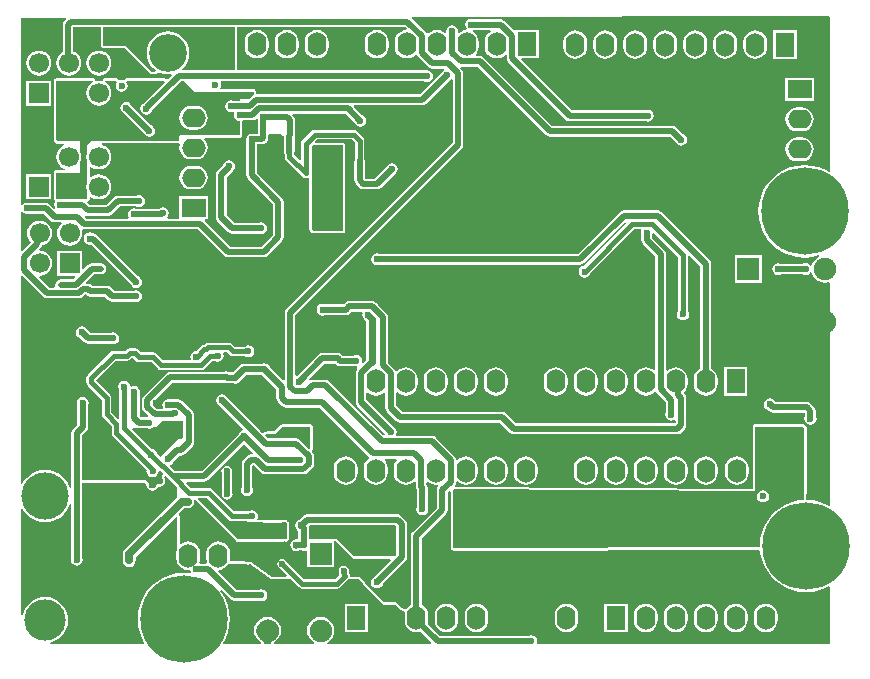
<source format=gbl>
G04*
G04 #@! TF.GenerationSoftware,Altium Limited,Altium Designer,20.0.13 (296)*
G04*
G04 Layer_Physical_Order=2*
G04 Layer_Color=16711680*
%FSLAX44Y44*%
%MOMM*%
G71*
G01*
G75*
%ADD27R,1.9000X1.9000*%
%ADD56R,1.9000X1.9000*%
%ADD57C,1.9000*%
%ADD72C,0.5000*%
%ADD73C,0.4000*%
%ADD75C,0.7000*%
%ADD77R,1.7000X1.7000*%
%ADD78C,1.7000*%
%ADD79R,1.7000X1.7000*%
%ADD80O,2.0000X1.6000*%
%ADD81R,2.0000X1.6000*%
%ADD82O,1.6000X2.0000*%
%ADD83R,1.6000X2.0000*%
%ADD84C,3.2000*%
%ADD85C,3.5000*%
%ADD86C,4.0000*%
%ADD87C,7.4000*%
G04:AMPARAMS|DCode=88|XSize=2mm|YSize=1.25mm|CornerRadius=0.3125mm|HoleSize=0mm|Usage=FLASHONLY|Rotation=0.000|XOffset=0mm|YOffset=0mm|HoleType=Round|Shape=RoundedRectangle|*
%AMROUNDEDRECTD88*
21,1,2.0000,0.6250,0,0,0.0*
21,1,1.3750,1.2500,0,0,0.0*
1,1,0.6250,0.6875,-0.3125*
1,1,0.6250,-0.6875,-0.3125*
1,1,0.6250,-0.6875,0.3125*
1,1,0.6250,0.6875,0.3125*
%
%ADD88ROUNDEDRECTD88*%
%ADD89C,0.6000*%
%ADD90C,0.6000*%
G36*
X178481Y485762D02*
X133949D01*
X133521Y486958D01*
X134755Y487970D01*
X137005Y490711D01*
X138676Y493838D01*
X139705Y497231D01*
X140053Y500760D01*
X139705Y504288D01*
X138676Y507682D01*
X137005Y510808D01*
X134755Y513549D01*
X132014Y515799D01*
X128887Y517470D01*
X125494Y518499D01*
X121966Y518847D01*
X118437Y518499D01*
X115044Y517470D01*
X111917Y515799D01*
X109176Y513549D01*
X106927Y510808D01*
X105255Y507682D01*
X104226Y504288D01*
X103879Y500760D01*
X104226Y497231D01*
X105255Y493838D01*
X106927Y490711D01*
X109176Y487970D01*
X111669Y485924D01*
X111391Y484654D01*
X108328D01*
X86208Y506775D01*
X67509D01*
X67248Y507407D01*
Y522638D01*
X178481D01*
Y485762D01*
D02*
G37*
G36*
X35876Y529303D02*
X34115Y527542D01*
X33120Y526053D01*
X32771Y524297D01*
Y501182D01*
X32771Y501181D01*
X30577Y499498D01*
X28894Y497305D01*
X27836Y494751D01*
X27475Y492010D01*
X27836Y489269D01*
X28894Y486715D01*
X30577Y484521D01*
X32771Y482838D01*
X35325Y481780D01*
X38066Y481419D01*
X40807Y481780D01*
X43361Y482838D01*
X45554Y484521D01*
X47238Y486715D01*
X48295Y489269D01*
X48656Y492010D01*
X48295Y494751D01*
X47238Y497305D01*
X45554Y499498D01*
X43361Y501181D01*
X41947Y501767D01*
Y522397D01*
X42189Y522638D01*
X65208D01*
Y507407D01*
X65364Y506626D01*
X65625Y505994D01*
X66068Y505333D01*
X66729Y504891D01*
X67509Y504735D01*
X85363D01*
X106886Y483213D01*
X107548Y482770D01*
X108328Y482615D01*
X111391D01*
X111569Y482651D01*
X111750Y482647D01*
X111956Y482728D01*
X112171Y482770D01*
X112322Y482871D01*
X112491Y482937D01*
X112650Y483090D01*
X112833Y483213D01*
X112934Y483363D01*
X113065Y483489D01*
X113128Y483634D01*
X113272Y483869D01*
X113275Y483874D01*
X114054Y484205D01*
X114558Y484309D01*
X115044Y484050D01*
X118437Y483020D01*
X121966Y482673D01*
X124447Y482917D01*
X125024Y481698D01*
X121875Y478549D01*
X120343Y478676D01*
X119681Y479118D01*
X118901Y479273D01*
X87362D01*
X87007Y479203D01*
X86650Y479145D01*
X86618Y479126D01*
X86582Y479118D01*
X86281Y478917D01*
X85973Y478727D01*
X85951Y478697D01*
X85920Y478676D01*
X85753Y478426D01*
X85028Y477571D01*
X84830Y477515D01*
X82879Y477903D01*
X80928Y477515D01*
X80730Y477571D01*
X80005Y478426D01*
X79837Y478676D01*
X79806Y478697D01*
X79784Y478727D01*
X79476Y478917D01*
X79176Y479118D01*
X79139Y479126D01*
X79107Y479145D01*
X78750Y479203D01*
X78395Y479273D01*
X68573D01*
X68376Y479234D01*
X68175D01*
X67989Y479157D01*
X67792Y479118D01*
X67625Y479007D01*
X67440Y478930D01*
X67298Y478788D01*
X67131Y478676D01*
X67019Y478509D01*
X66877Y478367D01*
X66800Y478182D01*
X66689Y478015D01*
X66688Y478013D01*
X66207Y476839D01*
X63466Y477200D01*
X60725Y476839D01*
X60243Y478013D01*
X60243Y478015D01*
X60131Y478182D01*
X60054Y478367D01*
X59913Y478509D01*
X59801Y478676D01*
X59634Y478788D01*
X59492Y478930D01*
X59306Y479007D01*
X59139Y479118D01*
X58942Y479157D01*
X58757Y479234D01*
X58556D01*
X58359Y479273D01*
X27720D01*
X27654Y479260D01*
X27586Y479269D01*
X27266Y479183D01*
X26940Y479118D01*
X26883Y479080D01*
X26818Y479063D01*
X26376Y478845D01*
X26113Y478643D01*
X25836Y478458D01*
X25799Y478401D01*
X25745Y478360D01*
X25579Y478073D01*
X25394Y477797D01*
X25381Y477730D01*
X25347Y477671D01*
X25304Y477342D01*
X25239Y477016D01*
Y427725D01*
X25124Y427144D01*
X25279Y426364D01*
X25721Y425702D01*
X25721Y425702D01*
X27109Y424314D01*
X27770Y423872D01*
X28551Y423717D01*
X33903D01*
X34156Y422447D01*
X32671Y421832D01*
X30477Y420149D01*
X28794Y417955D01*
X27736Y415401D01*
X27375Y412660D01*
X27736Y409919D01*
X28794Y407365D01*
X30477Y405171D01*
X32671Y403488D01*
X34588Y402694D01*
X34335Y401424D01*
X27278D01*
X27278Y401424D01*
X26498Y401269D01*
X25836Y400827D01*
X25836Y400827D01*
X25721Y400711D01*
X25279Y400050D01*
X25124Y399269D01*
Y377525D01*
X25124Y377525D01*
X25279Y376744D01*
X25721Y376083D01*
X25721Y376083D01*
X25952Y375851D01*
X26373Y374261D01*
X26265Y374099D01*
X25877Y372148D01*
X26265Y370197D01*
X26821Y369366D01*
X25834Y368556D01*
X22169Y372221D01*
X20681Y373216D01*
X18925Y373565D01*
X2279D01*
X523Y373216D01*
X-965Y372221D01*
X-1378Y371603D01*
X-2648Y371988D01*
Y530100D01*
X-2484Y530498D01*
X35349Y530572D01*
X35876Y529303D01*
D02*
G37*
G36*
X324063Y521352D02*
X323603Y520015D01*
X321605Y519752D01*
X319173Y518745D01*
X317084Y517142D01*
X315481Y515053D01*
X314473Y512620D01*
X314130Y510010D01*
Y506010D01*
X314473Y503399D01*
X315481Y500967D01*
X317084Y498878D01*
X319173Y497275D01*
X321605Y496267D01*
X324216Y495924D01*
X326826Y496267D01*
X329259Y497275D01*
X331348Y498878D01*
X331643Y499263D01*
X332981Y498920D01*
X333871Y497588D01*
X342665Y488794D01*
X344154Y487799D01*
X345910Y487450D01*
X355302D01*
X355688Y486180D01*
X354551Y485420D01*
X353446Y483766D01*
X353403Y483551D01*
X335328Y465476D01*
X196558D01*
Y467797D01*
X196403Y468577D01*
X195961Y469239D01*
X195299Y469681D01*
X194519Y469836D01*
X192246D01*
X191944Y470039D01*
X189993Y470427D01*
X188042Y470039D01*
X187739Y469836D01*
X166803D01*
X166204Y470956D01*
X166542Y471463D01*
X166930Y473414D01*
X166552Y475316D01*
X166528Y475541D01*
X167200Y476586D01*
X339079D01*
X339545Y476274D01*
X341496Y475886D01*
X343447Y476274D01*
X345101Y477379D01*
X346206Y479033D01*
X346594Y480984D01*
X346206Y482935D01*
X345101Y484589D01*
X343447Y485694D01*
X341496Y486082D01*
X339888Y485762D01*
X180520D01*
Y522638D01*
X322777D01*
X324063Y521352D01*
D02*
G37*
G36*
X119387Y476061D02*
X101072Y457746D01*
X100841Y457400D01*
X100211Y456979D01*
X99106Y455325D01*
X98718Y453374D01*
X99106Y451424D01*
X100211Y449770D01*
X101865Y448665D01*
X103816Y448276D01*
X105767Y448665D01*
X107421Y449770D01*
X108526Y451424D01*
X108724Y452421D01*
X132889Y476586D01*
X135256D01*
X144288Y467823D01*
X157688Y467795D01*
X157690Y467797D01*
X194519D01*
Y465014D01*
X193199Y464132D01*
X190373Y461306D01*
X182960D01*
Y460121D01*
X177597D01*
X177494Y460190D01*
X175543Y460578D01*
X173592Y460190D01*
X171938Y459084D01*
X170833Y457430D01*
X170445Y455480D01*
X170833Y453529D01*
X171938Y451875D01*
X173592Y450770D01*
X175543Y450382D01*
X177302Y450732D01*
X177831Y450347D01*
X178167Y449924D01*
X178268Y449674D01*
X177942Y448032D01*
X178330Y446082D01*
X179435Y444428D01*
X181089Y443322D01*
X182960Y442950D01*
Y430961D01*
X132357Y430961D01*
X132069Y430961D01*
X131375Y430267D01*
X131375Y429978D01*
Y427325D01*
X130153Y426103D01*
X56888D01*
X53649Y422864D01*
Y416640D01*
X53136Y415401D01*
X52775Y412660D01*
X53136Y409919D01*
X53649Y408679D01*
Y391240D01*
X53136Y390001D01*
X52775Y387260D01*
X53136Y384519D01*
X53649Y383279D01*
Y377062D01*
X48098D01*
X47866Y377293D01*
X27394D01*
X27163Y377525D01*
Y399269D01*
X27278Y399385D01*
X46825D01*
X47172Y399732D01*
Y407449D01*
X48196Y409919D01*
X48556Y412660D01*
X48196Y415401D01*
X47172Y417871D01*
Y425756D01*
X28551D01*
X27163Y427144D01*
X27278Y427260D01*
Y477016D01*
X27720Y477234D01*
X58359D01*
X58612Y475964D01*
X58170Y475782D01*
X55977Y474099D01*
X54294Y471905D01*
X53236Y469351D01*
X52875Y466610D01*
X53236Y463869D01*
X54294Y461315D01*
X55977Y459121D01*
X58170Y457438D01*
X60725Y456380D01*
X63466Y456019D01*
X66207Y456380D01*
X68761Y457438D01*
X70954Y459121D01*
X72638Y461315D01*
X73696Y463869D01*
X74056Y466610D01*
X73696Y469351D01*
X72638Y471905D01*
X70954Y474099D01*
X68761Y475782D01*
X68320Y475964D01*
X68573Y477234D01*
X78395D01*
X78976Y475964D01*
X78169Y474756D01*
X77781Y472805D01*
X78169Y470854D01*
X79274Y469201D01*
X80928Y468096D01*
X82879Y467707D01*
X84830Y468096D01*
X86483Y469201D01*
X87589Y470854D01*
X87977Y472805D01*
X87589Y474756D01*
X86782Y475964D01*
X87362Y477234D01*
X118901D01*
X119387Y476061D01*
D02*
G37*
G36*
X682296Y530746D02*
X682420Y530265D01*
Y400403D01*
X681312Y399782D01*
X678726Y401367D01*
X673055Y403716D01*
X667086Y405149D01*
X660966Y405630D01*
X654846Y405149D01*
X648877Y403716D01*
X643205Y401367D01*
X637971Y398159D01*
X633303Y394172D01*
X629316Y389504D01*
X626109Y384270D01*
X623760Y378599D01*
X622327Y372630D01*
X621845Y366510D01*
X622327Y360390D01*
X623760Y354421D01*
X626109Y348749D01*
X629316Y343515D01*
X633303Y338847D01*
X637971Y334861D01*
X643205Y331653D01*
X648877Y329304D01*
X654846Y327871D01*
X660966Y327389D01*
X667086Y327871D01*
X672844Y329253D01*
X673238Y328042D01*
X672666Y327805D01*
X670264Y325962D01*
X668420Y323559D01*
X667302Y320858D01*
X666939Y320718D01*
X665957Y320584D01*
X665509Y321256D01*
X663855Y322361D01*
X661904Y322749D01*
X659953Y322361D01*
X659771Y322239D01*
X640676D01*
X640632Y322269D01*
X638681Y322657D01*
X636730Y322269D01*
X635076Y321164D01*
X633971Y319510D01*
X633583Y317559D01*
X633971Y315608D01*
X635076Y313954D01*
X636730Y312849D01*
X638681Y312461D01*
X640632Y312849D01*
X640952Y313063D01*
X659771D01*
X659953Y312941D01*
X661904Y312553D01*
X663855Y312941D01*
X665509Y314046D01*
X665981Y314753D01*
X666608Y314756D01*
X667357Y314527D01*
X668420Y311960D01*
X670264Y309558D01*
X672666Y307715D01*
X675464Y306556D01*
X678466Y306161D01*
X681150Y306514D01*
X682420Y305751D01*
Y117835D01*
X681312Y117214D01*
X679950Y118048D01*
X674279Y120397D01*
X668310Y121830D01*
X662190Y122312D01*
X662140Y122358D01*
Y126627D01*
X662272Y126824D01*
X662492Y127151D01*
X662493Y127155D01*
X662495Y127159D01*
X662572Y127546D01*
X662651Y127931D01*
X662886Y183081D01*
X662886Y183084D01*
X662886Y183086D01*
X662810Y183472D01*
X662734Y183862D01*
X662733Y183864D01*
X662732Y183867D01*
X662517Y184190D01*
X662295Y184526D01*
X662293Y184527D01*
X662292Y184529D01*
X661166Y185659D01*
X661164Y185660D01*
X661163Y185662D01*
X660829Y185885D01*
X660505Y186103D01*
X660503Y186103D01*
X660502Y186104D01*
X660112Y186182D01*
X659725Y186259D01*
X659723Y186259D01*
X659721Y186259D01*
X619201D01*
X618421Y186104D01*
X617759Y185662D01*
X617317Y185000D01*
X617162Y184220D01*
X617162Y132404D01*
X616260Y131510D01*
X365435Y133425D01*
X365276Y133576D01*
X364796Y134699D01*
X365518Y135779D01*
X365836Y137379D01*
X366414Y137685D01*
X367137Y137818D01*
X369136Y136285D01*
X371569Y135277D01*
X374179Y134933D01*
X376790Y135277D01*
X379222Y136285D01*
X381311Y137887D01*
X382914Y139976D01*
X383922Y142409D01*
X384265Y145020D01*
Y149020D01*
X383922Y151630D01*
X382914Y154063D01*
X381311Y156152D01*
X379222Y157755D01*
X376790Y158762D01*
X374179Y159106D01*
X371569Y158762D01*
X369136Y157755D01*
X367137Y156221D01*
X366717Y156251D01*
X365806Y156620D01*
X365518Y158067D01*
X364524Y159555D01*
X349186Y174893D01*
X347698Y175887D01*
X345942Y176236D01*
X315814D01*
X315215Y177357D01*
X315354Y177564D01*
X315742Y179515D01*
X315354Y181466D01*
X314249Y183120D01*
X313475Y183637D01*
X313388Y183766D01*
X290067Y207087D01*
Y212391D01*
X291337Y213011D01*
X292936Y211785D01*
X295369Y210777D01*
X297979Y210433D01*
X300590Y210777D01*
X303022Y211785D01*
X304621Y213011D01*
X305891Y212391D01*
Y200267D01*
X306240Y198511D01*
X307235Y197023D01*
X315180Y189077D01*
X316669Y188083D01*
X318425Y187733D01*
X403265D01*
X411810Y179188D01*
X413298Y178194D01*
X415054Y177844D01*
X553396D01*
X555152Y178194D01*
X556641Y179188D01*
X559570Y182117D01*
X560564Y183606D01*
X560913Y185362D01*
Y208395D01*
X560564Y210151D01*
X559570Y211640D01*
X559225Y211984D01*
X559111Y213388D01*
X560714Y215476D01*
X561722Y217909D01*
X562065Y220520D01*
Y224520D01*
X561722Y227130D01*
X560714Y229563D01*
X559111Y231652D01*
X557022Y233255D01*
X554590Y234262D01*
X551979Y234606D01*
X549369Y234262D01*
X546936Y233255D01*
X544937Y231721D01*
X544294Y231840D01*
X543667Y232052D01*
Y330427D01*
X543318Y332183D01*
X542323Y333671D01*
X532067Y343927D01*
Y346278D01*
X532189Y346460D01*
X532454Y347793D01*
X533809Y348235D01*
X553988Y328055D01*
Y282152D01*
X553357Y281207D01*
X552969Y279256D01*
X553357Y277305D01*
X554462Y275651D01*
X556116Y274546D01*
X558067Y274158D01*
X560018Y274546D01*
X561672Y275651D01*
X562777Y277305D01*
X563165Y279256D01*
X562777Y281207D01*
X562145Y282152D01*
Y329030D01*
X563415Y329556D01*
X572791Y320180D01*
Y233443D01*
X572336Y233255D01*
X570247Y231652D01*
X568644Y229563D01*
X567637Y227130D01*
X567293Y224520D01*
Y220520D01*
X567637Y217909D01*
X568644Y215476D01*
X570247Y213388D01*
X572336Y211785D01*
X574769Y210777D01*
X577379Y210433D01*
X579990Y210777D01*
X582422Y211785D01*
X584511Y213388D01*
X586114Y215476D01*
X587122Y217909D01*
X587465Y220520D01*
Y224520D01*
X587122Y227130D01*
X586114Y229563D01*
X584511Y231652D01*
X582422Y233255D01*
X581967Y233443D01*
Y322080D01*
X581618Y323836D01*
X580624Y325325D01*
X539793Y366155D01*
X538304Y367150D01*
X536548Y367499D01*
X507844D01*
X506088Y367150D01*
X504600Y366155D01*
X468923Y330479D01*
X301465D01*
X301283Y330601D01*
X299332Y330989D01*
X297381Y330601D01*
X295728Y329496D01*
X294622Y327842D01*
X294234Y325891D01*
X294622Y323940D01*
X295728Y322286D01*
X297381Y321181D01*
X299332Y320793D01*
X301283Y321181D01*
X301465Y321303D01*
X470824D01*
X472580Y321652D01*
X474068Y322647D01*
X509099Y357677D01*
X509370Y357624D01*
X509788Y356245D01*
X473878Y320336D01*
X472763Y320114D01*
X471110Y319009D01*
X470004Y317355D01*
X469616Y315404D01*
X470004Y313453D01*
X471110Y311799D01*
X472763Y310694D01*
X474714Y310306D01*
X476665Y310694D01*
X478319Y311799D01*
X479424Y313453D01*
X479646Y314568D01*
X516645Y351567D01*
X522115D01*
X522766Y350520D01*
X522756Y350297D01*
X522381Y348411D01*
X522769Y346460D01*
X522891Y346278D01*
Y342027D01*
X523240Y340271D01*
X524235Y338783D01*
X534491Y328526D01*
Y232648D01*
X533221Y232028D01*
X531622Y233255D01*
X529190Y234262D01*
X526579Y234606D01*
X523969Y234262D01*
X521536Y233255D01*
X519447Y231652D01*
X517844Y229563D01*
X516837Y227130D01*
X516493Y224520D01*
Y220520D01*
X516837Y217909D01*
X517844Y215476D01*
X519447Y213388D01*
X521536Y211785D01*
X523969Y210777D01*
X526579Y210433D01*
X529190Y210777D01*
X531622Y211785D01*
X533711Y213388D01*
X533752Y213441D01*
X535274Y213337D01*
X535835Y212498D01*
X543426Y204906D01*
Y196404D01*
X543304Y196222D01*
X542916Y194271D01*
X543304Y192320D01*
X544409Y190666D01*
X546063Y189561D01*
X548014Y189173D01*
X549965Y189561D01*
X550467Y189896D01*
X551737Y189217D01*
Y187262D01*
X551496Y187021D01*
X416954D01*
X408409Y195566D01*
X406921Y196560D01*
X405165Y196910D01*
X320325D01*
X315067Y202167D01*
Y212987D01*
X315694Y213200D01*
X316337Y213318D01*
X318336Y211785D01*
X320769Y210777D01*
X323379Y210433D01*
X325990Y210777D01*
X328422Y211785D01*
X330511Y213388D01*
X332114Y215476D01*
X333122Y217909D01*
X333465Y220520D01*
Y224520D01*
X333122Y227130D01*
X332114Y229563D01*
X330511Y231652D01*
X328422Y233255D01*
X325990Y234262D01*
X323379Y234606D01*
X320769Y234262D01*
X318336Y233255D01*
X316247Y231652D01*
X315951Y231266D01*
X314614Y231609D01*
X313724Y232942D01*
X308696Y237969D01*
Y276712D01*
X308347Y278467D01*
X307352Y279956D01*
X299681Y287627D01*
X299525Y287731D01*
X297924Y289332D01*
X296436Y290326D01*
X294680Y290676D01*
X275289D01*
X273533Y290326D01*
X272044Y289332D01*
X270672Y287959D01*
X255043D01*
X254861Y288081D01*
X252910Y288469D01*
X250959Y288081D01*
X249305Y286976D01*
X248200Y285322D01*
X247812Y283371D01*
X248200Y281420D01*
X249305Y279766D01*
X250959Y278661D01*
X252910Y278273D01*
X254861Y278661D01*
X255043Y278783D01*
X272572D01*
X274328Y279132D01*
X275816Y280126D01*
X277189Y281499D01*
X286095D01*
X286802Y280229D01*
X286476Y278587D01*
X286864Y276637D01*
X287969Y274983D01*
X290040Y272911D01*
Y240747D01*
X287513Y238220D01*
X286343Y238846D01*
X286532Y239794D01*
X286143Y241745D01*
X285038Y243399D01*
X283384Y244504D01*
X281434Y244892D01*
X279483Y244504D01*
X279300Y244382D01*
X269922D01*
X269138Y245166D01*
X267649Y246161D01*
X265894Y246510D01*
X252752D01*
X250997Y246161D01*
X249508Y245166D01*
X231307Y226965D01*
X231168Y226938D01*
X229898Y227645D01*
Y278788D01*
X370863Y419753D01*
X371857Y421241D01*
X372206Y422997D01*
Y483244D01*
X371857Y485000D01*
X370863Y486488D01*
X369661Y487690D01*
X369695Y487926D01*
X370225Y488922D01*
X384419D01*
X442146Y431194D01*
X443635Y430200D01*
X445391Y429850D01*
X546993D01*
X551915Y424928D01*
X552822Y423571D01*
X554476Y422466D01*
X556426Y422078D01*
X558377Y422466D01*
X560031Y423571D01*
X561136Y425225D01*
X561524Y427176D01*
X561136Y429127D01*
X560031Y430781D01*
X558377Y431886D01*
X557825Y431996D01*
X552138Y437683D01*
X550649Y438677D01*
X548893Y439027D01*
X447291D01*
X389564Y496754D01*
X388075Y497749D01*
X386319Y498098D01*
X383144D01*
X382524Y499368D01*
X383751Y500967D01*
X384758Y503399D01*
X385102Y506010D01*
Y510010D01*
X384758Y512620D01*
X383751Y515053D01*
X382148Y517142D01*
X380409Y518476D01*
X380600Y519735D01*
X380645Y519818D01*
X380652Y519820D01*
X380834Y519941D01*
X394489D01*
X395280Y518811D01*
X395277Y518671D01*
X393284Y517142D01*
X391681Y515053D01*
X390673Y512620D01*
X390330Y510010D01*
Y506010D01*
X390673Y503399D01*
X391681Y500967D01*
X393284Y498878D01*
X395373Y497275D01*
X397805Y496267D01*
X400416Y495924D01*
X403026Y496267D01*
X405459Y497275D01*
X407458Y498809D01*
X408101Y498690D01*
X408728Y498477D01*
Y496146D01*
X409077Y494390D01*
X410071Y492902D01*
X458764Y444209D01*
X460253Y443214D01*
X462009Y442865D01*
X526253D01*
X526435Y442743D01*
X528386Y442355D01*
X530337Y442743D01*
X531991Y443848D01*
X533096Y445502D01*
X533484Y447453D01*
X533096Y449404D01*
X531991Y451058D01*
X530337Y452163D01*
X528386Y452551D01*
X526435Y452163D01*
X526253Y452041D01*
X463909D01*
X421114Y494837D01*
X421600Y496010D01*
X435816D01*
Y520010D01*
X415816D01*
Y520010D01*
X414943Y519649D01*
X406818Y527774D01*
X405330Y528769D01*
X403574Y529118D01*
X380834D01*
X380652Y529240D01*
X378701Y529627D01*
X376750Y529240D01*
X375096Y528134D01*
X373991Y526480D01*
X373603Y524530D01*
X373991Y522579D01*
X374812Y521350D01*
X374386Y520100D01*
X374302Y520002D01*
X372405Y519752D01*
X369973Y518745D01*
X368738Y517797D01*
X367585Y518514D01*
X367654Y518857D01*
X367266Y520808D01*
X366161Y522462D01*
X364507Y523567D01*
X362556Y523955D01*
X360605Y523567D01*
X358951Y522462D01*
X357846Y520808D01*
X357458Y518857D01*
X357631Y517987D01*
X357530Y517891D01*
X356460Y517363D01*
X354659Y518745D01*
X352226Y519752D01*
X349616Y520096D01*
X347005Y519752D01*
X344573Y518745D01*
X342484Y517142D01*
X342443Y517088D01*
X340921Y517192D01*
X340360Y518032D01*
X328523Y529868D01*
X329049Y531139D01*
X681150Y531820D01*
X682296Y530746D01*
D02*
G37*
G36*
X363030Y477825D02*
Y424897D01*
X222065Y283933D01*
X221071Y282444D01*
X220722Y280688D01*
Y264045D01*
D01*
Y252219D01*
Y223829D01*
X219548Y223343D01*
X208352Y234539D01*
X208310Y234754D01*
X207204Y236408D01*
X205551Y237513D01*
X203600Y237901D01*
X201649Y237513D01*
X201467Y237391D01*
X186320D01*
X184564Y237042D01*
X183076Y236047D01*
X177375Y230346D01*
X177373Y230346D01*
X173823D01*
X173395Y230632D01*
X171444Y231020D01*
X169493Y230632D01*
X169311Y230510D01*
X123569D01*
X121814Y230161D01*
X120325Y229166D01*
X101418Y210259D01*
X100424Y208771D01*
X100075Y207015D01*
Y200802D01*
X100424Y199046D01*
X101418Y197557D01*
X105340Y193636D01*
X104922Y192258D01*
X104280Y192131D01*
X104098Y192009D01*
X99520D01*
X98016Y193512D01*
Y211447D01*
X98138Y211630D01*
X98526Y213580D01*
X98138Y215531D01*
X97033Y217185D01*
X95379Y218290D01*
X93428Y218678D01*
X91477Y218290D01*
X91213Y218114D01*
X89869Y218743D01*
X89618Y220010D01*
X88512Y221664D01*
X86859Y222769D01*
X84908Y223157D01*
X82957Y222769D01*
X81303Y221664D01*
X80198Y220010D01*
X79810Y218059D01*
X80198Y216108D01*
X80829Y215163D01*
Y191561D01*
X79656Y191075D01*
X74176Y196555D01*
Y208550D01*
X74176Y208550D01*
X73865Y210111D01*
X72981Y211434D01*
X72981Y211434D01*
X60936Y223479D01*
X77652Y240194D01*
X87293D01*
X87293Y240194D01*
X88854Y240504D01*
X90177Y241389D01*
X91193Y242405D01*
X92513D01*
X94866Y240051D01*
X94866Y240051D01*
X96189Y239167D01*
X97750Y238857D01*
X97750Y238857D01*
X108073D01*
X113520Y233409D01*
X113520Y233409D01*
X114843Y232525D01*
X116404Y232215D01*
X116404Y232215D01*
X149699D01*
X149699Y232215D01*
X151259Y232525D01*
X152583Y233409D01*
X159093Y239920D01*
X161827D01*
X162200Y239671D01*
X164151Y239283D01*
X166101Y239671D01*
X167755Y240776D01*
X168860Y242430D01*
X169249Y244381D01*
X168920Y246032D01*
X169623Y247302D01*
X172011D01*
X174239Y245075D01*
X175562Y244191D01*
X177122Y243880D01*
X177123Y243880D01*
X187217D01*
X188162Y243249D01*
X190113Y242861D01*
X192064Y243249D01*
X193718Y244354D01*
X194823Y246008D01*
X195211Y247959D01*
X194823Y249909D01*
X194595Y250251D01*
X193718Y251563D01*
X192064Y252668D01*
X190113Y253057D01*
X188162Y252668D01*
X187217Y252037D01*
X178812D01*
X176584Y254265D01*
X175261Y255149D01*
X173700Y255459D01*
X173700Y255459D01*
X156301D01*
X156301Y255459D01*
X154740Y255149D01*
X153417Y254265D01*
X152776Y253624D01*
X152447D01*
X150886Y253313D01*
X149563Y252429D01*
X149563Y252429D01*
X145414Y248280D01*
X144020Y248003D01*
X142366Y246898D01*
X141261Y245244D01*
X140873Y243293D01*
X141202Y241641D01*
X140499Y240371D01*
X118093D01*
X112646Y245819D01*
X111322Y246703D01*
X109762Y247013D01*
X109762Y247013D01*
X99439D01*
X97086Y249367D01*
X95763Y250251D01*
X94202Y250562D01*
X94202Y250562D01*
X89504D01*
X87943Y250251D01*
X86620Y249367D01*
X86620Y249367D01*
X85604Y248351D01*
X75962D01*
X74401Y248040D01*
X73078Y247156D01*
X73078Y247156D01*
X53942Y228020D01*
X53058Y226696D01*
X52747Y225136D01*
X52747Y225136D01*
Y221822D01*
X52747Y221822D01*
X53058Y220261D01*
X53942Y218938D01*
X66019Y206861D01*
Y194866D01*
X66019Y194866D01*
X66329Y193305D01*
X67213Y191982D01*
X74329Y184866D01*
Y178924D01*
X74329Y178923D01*
X74640Y177363D01*
X75524Y176040D01*
X104025Y147539D01*
X103830Y146558D01*
X104218Y144607D01*
X105323Y142953D01*
X106977Y141848D01*
X108928Y141460D01*
X110879Y141848D01*
X112533Y142953D01*
X113638Y144607D01*
X114026Y146558D01*
X114007Y146653D01*
X115177Y147278D01*
X117621Y144835D01*
X117630Y144810D01*
X117706Y144247D01*
X117708Y144020D01*
X117602Y143401D01*
X117421Y143190D01*
X117216Y143002D01*
X117164Y142890D01*
X117085Y142797D01*
X116998Y142533D01*
X116881Y142280D01*
X116749Y141739D01*
X116747Y141694D01*
X116730Y141654D01*
Y141298D01*
X116715Y140944D01*
X116730Y140902D01*
Y140858D01*
X116866Y140530D01*
X116988Y140196D01*
X117018Y140164D01*
X117035Y140123D01*
X117438Y139519D01*
X117668Y138364D01*
X117438Y137209D01*
X116784Y136229D01*
X115804Y135575D01*
X114649Y135345D01*
X113927Y135489D01*
X113132Y135489D01*
X112397Y135184D01*
X111834Y134621D01*
X111570Y133984D01*
X110886Y132960D01*
X109906Y132305D01*
X108751Y132075D01*
X107596Y132305D01*
X106616Y132960D01*
X105962Y133939D01*
X105732Y135094D01*
X105763Y135249D01*
Y135350D01*
X105792Y135447D01*
X105763Y135745D01*
Y136045D01*
X105724Y136138D01*
X105714Y136239D01*
X105573Y136503D01*
X105458Y136780D01*
X105387Y136851D01*
X105339Y136941D01*
X104534Y137922D01*
X104455Y137986D01*
X104399Y138071D01*
X104150Y138237D01*
X103919Y138427D01*
X103822Y138456D01*
X103738Y138513D01*
X103444Y138571D01*
X103157Y138658D01*
X103056Y138648D01*
X102957Y138668D01*
X49458D01*
Y176781D01*
X52952Y180275D01*
X53947Y181763D01*
X54296Y183519D01*
Y202240D01*
X54418Y202422D01*
X54806Y204373D01*
X54418Y206324D01*
X53313Y207978D01*
X51659Y209083D01*
X49708Y209471D01*
X47757Y209083D01*
X46103Y207978D01*
X44998Y206324D01*
X44610Y204373D01*
X44998Y202422D01*
X45120Y202240D01*
Y185419D01*
X41626Y181926D01*
X40631Y180437D01*
X40282Y178681D01*
Y132106D01*
X39012Y131917D01*
X38389Y133970D01*
X36347Y137792D01*
X33597Y141141D01*
X30247Y143891D01*
X26426Y145934D01*
X22278Y147191D01*
X17966Y147616D01*
X13653Y147191D01*
X9506Y145934D01*
X5684Y143891D01*
X2334Y141141D01*
X-415Y137792D01*
X-504Y137626D01*
D01*
X-1378Y135989D01*
X-2648Y136307D01*
Y311947D01*
X-1475Y312434D01*
X16770Y294188D01*
X18259Y293194D01*
X20015Y292844D01*
X46816D01*
X48572Y293194D01*
X50061Y294188D01*
X52019Y296146D01*
X52360D01*
X52928Y295578D01*
X54417Y294583D01*
X56172Y294234D01*
X68443D01*
X71233Y291444D01*
X72722Y290449D01*
X74478Y290100D01*
X93014D01*
X93196Y289978D01*
X95147Y289590D01*
X97098Y289978D01*
X98752Y291083D01*
X99857Y292737D01*
X100245Y294688D01*
X99857Y296639D01*
X98752Y298293D01*
X97098Y299398D01*
X95147Y299786D01*
X93196Y299398D01*
X93014Y299276D01*
X76378D01*
X73588Y302066D01*
X72099Y303061D01*
X70343Y303410D01*
X58073D01*
X57505Y303979D01*
X56016Y304973D01*
X54260Y305322D01*
X52955D01*
X52469Y306496D01*
X59395Y313422D01*
X65216D01*
X66972Y313771D01*
X68460Y314765D01*
X69455Y316254D01*
X69804Y318010D01*
X69455Y319766D01*
X68460Y321254D01*
X66972Y322249D01*
X65216Y322598D01*
X57494D01*
X55738Y322249D01*
X54250Y321254D01*
X50349Y317354D01*
X49176Y317840D01*
Y333056D01*
X28176D01*
Y312056D01*
X43392D01*
X43878Y310882D01*
X42016Y309021D01*
X31041D01*
X29285Y308671D01*
X27797Y307677D01*
X26802Y306188D01*
X26453Y304433D01*
X26680Y303291D01*
X25830Y302021D01*
X21915D01*
X13152Y310784D01*
X13710Y312022D01*
X16017Y312326D01*
X18571Y313384D01*
X20765Y315067D01*
X22448Y317260D01*
X23506Y319815D01*
X23867Y322556D01*
X23506Y325297D01*
X22448Y327851D01*
X20765Y330045D01*
X18571Y331727D01*
X16017Y332785D01*
X13710Y333089D01*
X13152Y334328D01*
X14224Y335400D01*
X15219Y336889D01*
X15369Y337641D01*
X16017Y337726D01*
X18571Y338784D01*
X20765Y340467D01*
X22448Y342660D01*
X23506Y345215D01*
X23867Y347956D01*
X23506Y350697D01*
X22448Y353251D01*
X20765Y355444D01*
X18571Y357127D01*
X16017Y358186D01*
X13276Y358546D01*
X10535Y358186D01*
X7981Y357127D01*
X5788Y355444D01*
X4105Y353251D01*
X3047Y350697D01*
X2686Y347956D01*
X3047Y345215D01*
X4105Y342660D01*
X5788Y340467D01*
X5820Y339973D01*
X-1475Y332678D01*
X-2648Y333164D01*
Y365966D01*
X-1378Y366351D01*
X-965Y365733D01*
X523Y364738D01*
X2279Y364389D01*
X17024D01*
X22732Y358681D01*
X24220Y357687D01*
X25976Y357338D01*
X31569D01*
X32000Y356068D01*
X31188Y355444D01*
X29504Y353251D01*
X28447Y350697D01*
X28086Y347956D01*
X28447Y345215D01*
X29504Y342660D01*
X31188Y340467D01*
X33381Y338784D01*
X35935Y337726D01*
X38676Y337365D01*
X41417Y337726D01*
X43972Y338784D01*
X46165Y340467D01*
X47848Y342660D01*
X48906Y345215D01*
X49267Y347956D01*
X48937Y350461D01*
X49024Y350624D01*
X49427Y351067D01*
X49968Y351452D01*
X51266Y351194D01*
X147474D01*
X169788Y328880D01*
X171276Y327886D01*
X173032Y327536D01*
X202952D01*
X204707Y327886D01*
X206196Y328880D01*
X218737Y341421D01*
X219731Y342910D01*
X220081Y344665D01*
Y374734D01*
X219731Y376490D01*
X218737Y377979D01*
X197637Y399079D01*
Y423121D01*
X201470D01*
X203226Y423470D01*
X204715Y424465D01*
X205694Y425444D01*
X206689Y426933D01*
X207038Y428689D01*
Y431054D01*
X207739Y431888D01*
X208697Y431930D01*
X209090Y431900D01*
X209305Y431685D01*
X217887D01*
X219066Y430506D01*
Y430370D01*
X220117D01*
X220212Y430254D01*
Y417340D01*
X220561Y415584D01*
X220721Y415344D01*
Y412707D01*
X220721Y412707D01*
X221032Y411146D01*
X221916Y409823D01*
X235796Y395944D01*
X235796Y395943D01*
X237119Y395059D01*
X238680Y394749D01*
X240240Y395059D01*
X240468Y395211D01*
X241738Y394533D01*
Y351510D01*
X241738Y351510D01*
X241893Y350729D01*
X242335Y350068D01*
X242335Y350068D01*
X243894Y348509D01*
X244555Y348067D01*
X245335Y347912D01*
X270162D01*
X270942Y348067D01*
X271604Y348509D01*
X272046Y349171D01*
X272201Y349951D01*
Y422346D01*
X272046Y423126D01*
X271604Y423788D01*
X270942Y424230D01*
X270162Y424385D01*
X246732D01*
X246246Y425559D01*
X248085Y427398D01*
X277632D01*
X280237Y424793D01*
Y410199D01*
X280076Y409958D01*
X279727Y408203D01*
Y392737D01*
X280076Y390981D01*
X281071Y389493D01*
X284190Y386374D01*
X285679Y385379D01*
X287435Y385030D01*
X298988D01*
X300744Y385379D01*
X302233Y386374D01*
X315071Y399212D01*
X316066Y400700D01*
X316415Y402456D01*
X316066Y404212D01*
X315071Y405701D01*
X313583Y406695D01*
X311827Y407044D01*
X310071Y406695D01*
X308582Y405701D01*
X297088Y394206D01*
X289335D01*
X288904Y394638D01*
Y408203D01*
X288554Y409958D01*
X288394Y410199D01*
Y426483D01*
X288394Y426483D01*
X288083Y428043D01*
X287199Y429366D01*
X287199Y429366D01*
X282205Y434360D01*
X280882Y435244D01*
X279321Y435555D01*
X279321Y435555D01*
X246396D01*
X246396Y435555D01*
X244835Y435244D01*
X243512Y434360D01*
X243512Y434360D01*
X235796Y426644D01*
X234912Y425321D01*
X234601Y423760D01*
X234601Y423760D01*
Y410333D01*
X233428Y409847D01*
X228878Y414396D01*
Y415344D01*
X229039Y415584D01*
X229388Y417340D01*
Y428741D01*
X229601Y429060D01*
X229950Y430816D01*
Y443459D01*
X229601Y445215D01*
X228606Y446703D01*
X227183Y448127D01*
X227669Y449300D01*
X272234D01*
X280094Y441440D01*
X280137Y441225D01*
X281242Y439571D01*
X282896Y438466D01*
X284847Y438078D01*
X286798Y438466D01*
X288451Y439571D01*
X289557Y441225D01*
X289945Y443176D01*
X289557Y445126D01*
X288451Y446780D01*
X286798Y447885D01*
X286583Y447928D01*
X279384Y455127D01*
X279870Y456300D01*
X337228D01*
X338984Y456649D01*
X340472Y457644D01*
X359892Y477063D01*
X360106Y477106D01*
X361760Y478211D01*
X363030Y477825D01*
D02*
G37*
G36*
X197861Y444341D02*
Y432298D01*
X193240D01*
X191484Y431948D01*
X189995Y430954D01*
X189804Y430762D01*
X188810Y429274D01*
X188460Y427518D01*
Y397178D01*
X188810Y395423D01*
X189804Y393934D01*
X210904Y372834D01*
Y346566D01*
X201051Y336713D01*
X174932D01*
X153155Y358490D01*
X153681Y359760D01*
X155716D01*
Y379760D01*
X131716D01*
Y360370D01*
X122197D01*
X121550Y361640D01*
X122304Y362768D01*
X122692Y364719D01*
X122304Y366670D01*
X121199Y368324D01*
X119545Y369429D01*
X117594Y369817D01*
X115643Y369429D01*
X114712Y368807D01*
X95321D01*
X95246Y368857D01*
X93295Y369245D01*
X91344Y368857D01*
X89690Y367752D01*
X88585Y366098D01*
X88197Y364147D01*
X88585Y362196D01*
X88957Y361640D01*
X88278Y360370D01*
X53167D01*
X51607Y361930D01*
X51832Y362394D01*
X52356Y362977D01*
X53892Y362672D01*
X71650D01*
X73406Y363021D01*
X74894Y364016D01*
X81573Y370694D01*
X95368D01*
X95550Y370573D01*
X97501Y370185D01*
X99452Y370573D01*
X101106Y371678D01*
X102211Y373331D01*
X102599Y375282D01*
X102211Y377233D01*
X101106Y378887D01*
X99452Y379992D01*
X97501Y380380D01*
X95550Y379992D01*
X95368Y379871D01*
X79673D01*
X77917Y379521D01*
X76428Y378527D01*
X69749Y371848D01*
X55793D01*
X53855Y373786D01*
X54287Y375150D01*
X54430Y375178D01*
X55091Y375620D01*
X55533Y376282D01*
X55689Y377062D01*
Y378315D01*
X56959Y378941D01*
X58071Y378088D01*
X60625Y377030D01*
X63366Y376669D01*
X66107Y377030D01*
X68661Y378088D01*
X70854Y379771D01*
X72537Y381964D01*
X73595Y384519D01*
X73956Y387260D01*
X73595Y390001D01*
X72537Y392555D01*
X70854Y394748D01*
X68661Y396432D01*
X66107Y397490D01*
X63366Y397850D01*
X60625Y397490D01*
X58071Y396432D01*
X56959Y395578D01*
X55689Y396205D01*
Y403715D01*
X56959Y404341D01*
X58071Y403488D01*
X60625Y402430D01*
X63366Y402069D01*
X66107Y402430D01*
X68661Y403488D01*
X70854Y405171D01*
X72537Y407365D01*
X73595Y409919D01*
X73956Y412660D01*
X73595Y415401D01*
X72537Y417955D01*
X70854Y420149D01*
X68661Y421832D01*
X66107Y422890D01*
X66420Y424064D01*
X130153D01*
X130933Y424219D01*
X131071Y424311D01*
X132097Y423469D01*
X131973Y423170D01*
X131629Y420560D01*
X131973Y417949D01*
X132981Y415517D01*
X134584Y413428D01*
X136673Y411825D01*
X139105Y410817D01*
X141716Y410474D01*
X145716D01*
X148326Y410817D01*
X150759Y411825D01*
X152848Y413428D01*
X154451Y415517D01*
X155458Y417949D01*
X155802Y420560D01*
X155458Y423170D01*
X154451Y425603D01*
X152879Y427651D01*
X152946Y428113D01*
X153221Y428922D01*
X182960Y428921D01*
X183740Y429077D01*
X184402Y429519D01*
X184844Y430180D01*
X184999Y430961D01*
Y442950D01*
X186138Y443497D01*
X193540D01*
X195296Y443846D01*
X196591Y444712D01*
X197861Y444341D01*
D02*
G37*
G36*
X270162Y349951D02*
X245335D01*
X243777Y351510D01*
Y421429D01*
X244630Y422346D01*
X270162D01*
Y349951D01*
D02*
G37*
G36*
X201649Y228093D02*
X201864Y228050D01*
X213722Y216192D01*
Y208521D01*
X214071Y206765D01*
X215065Y205277D01*
X218657Y201685D01*
X220146Y200690D01*
X221902Y200341D01*
X250357D01*
X292035Y158664D01*
X292109Y157361D01*
X291996Y157033D01*
X290847Y156152D01*
X289244Y154063D01*
X288237Y151630D01*
X287893Y149020D01*
Y145020D01*
X288237Y142409D01*
X289244Y139976D01*
X290847Y137887D01*
X292936Y136285D01*
X295369Y135277D01*
X297979Y134933D01*
X300590Y135277D01*
X303022Y136285D01*
X305111Y137887D01*
X306714Y139976D01*
X307722Y142409D01*
X308065Y145020D01*
Y149020D01*
X307722Y151630D01*
X306714Y154063D01*
X305487Y155661D01*
X306107Y156931D01*
X315251D01*
X315871Y155661D01*
X314644Y154063D01*
X313637Y151630D01*
X313293Y149020D01*
Y145020D01*
X313637Y142409D01*
X314644Y139976D01*
X316247Y137887D01*
X318336Y136285D01*
X320769Y135277D01*
X323379Y134933D01*
X325990Y135277D01*
X328422Y136285D01*
X330421Y137818D01*
X331064Y137700D01*
X331691Y137487D01*
Y133656D01*
X332040Y131900D01*
X332732Y130864D01*
Y116327D01*
X332610Y116144D01*
X332222Y114193D01*
X332610Y112243D01*
X333715Y110589D01*
X335369Y109484D01*
X337320Y109095D01*
X339271Y109484D01*
X340925Y110589D01*
X342030Y112243D01*
X342418Y114193D01*
X342030Y116144D01*
X341908Y116327D01*
Y132614D01*
X341559Y134370D01*
X340867Y135406D01*
Y136891D01*
X342137Y137511D01*
X343736Y136285D01*
X346169Y135277D01*
X348779Y134933D01*
X350637Y135178D01*
X351230Y133975D01*
X350961Y133706D01*
X349967Y132218D01*
X349618Y130462D01*
Y115700D01*
X329165Y95247D01*
X328170Y93759D01*
X327821Y92003D01*
Y33281D01*
X327366Y33092D01*
X325277Y31489D01*
X324466Y30432D01*
X324045Y30178D01*
X323180Y29899D01*
X322912Y30002D01*
X322658Y30133D01*
X322544Y30143D01*
X322437Y30184D01*
X320455Y30524D01*
X316040Y34939D01*
X315378Y35381D01*
X314598Y35537D01*
X305182D01*
X289226Y51493D01*
X288934Y51688D01*
Y52057D01*
X288934Y52057D01*
X288778Y52837D01*
X288336Y53499D01*
X285364Y56471D01*
X284703Y56913D01*
X283922Y57068D01*
X276851D01*
X276140Y57934D01*
X275830Y59495D01*
X275373Y60178D01*
Y62015D01*
X275373Y62015D01*
X275063Y63576D01*
X274178Y64899D01*
X274178Y64899D01*
X273796Y65282D01*
X272473Y66166D01*
X270912Y66476D01*
X269351Y66166D01*
X268028Y65282D01*
X267144Y63958D01*
X266833Y62398D01*
X267144Y60837D01*
X267216Y60729D01*
Y58856D01*
X263430Y55070D01*
X237480D01*
X221668Y70882D01*
X220345Y71767D01*
X218784Y72077D01*
X217224Y71767D01*
X215900Y70882D01*
X215016Y69559D01*
X214706Y67999D01*
X215016Y66438D01*
X215900Y65115D01*
X222774Y58241D01*
X222288Y57068D01*
X210109D01*
X192206Y69254D01*
X192197Y69258D01*
X192191Y69264D01*
X191830Y69414D01*
X191473Y69565D01*
X191464Y69565D01*
X191456Y69569D01*
X191066D01*
X190678Y69572D01*
X190669Y69568D01*
X190660D01*
X190069Y69451D01*
X188913Y69681D01*
X188586Y69899D01*
X188400Y69976D01*
X188234Y70088D01*
X188036Y70127D01*
X187851Y70204D01*
X187650D01*
X187453Y70243D01*
X175469Y70243D01*
X174355Y71513D01*
X174552Y73010D01*
Y77010D01*
X174208Y79620D01*
X173201Y82053D01*
X171598Y84142D01*
X169509Y85745D01*
X167076Y86752D01*
X164466Y87096D01*
X161855Y86752D01*
X159423Y85745D01*
X157334Y84142D01*
X155731Y82053D01*
X154723Y79620D01*
X154380Y77010D01*
Y73010D01*
X154723Y70399D01*
X155151Y69366D01*
X154446Y68310D01*
X149318D01*
X148469Y69580D01*
X148808Y70399D01*
X149152Y73010D01*
Y77010D01*
X148808Y79620D01*
X147801Y82053D01*
X146198Y84142D01*
X144109Y85745D01*
X141676Y86752D01*
X139066Y87096D01*
X136455Y86752D01*
X134023Y85745D01*
X133196Y85110D01*
X132057Y85672D01*
X132057Y107550D01*
X131902Y108330D01*
X131460Y108992D01*
X131332Y110524D01*
X135834Y115026D01*
X138716D01*
X140862Y115453D01*
X142682Y116668D01*
X143897Y118488D01*
X144324Y120634D01*
X143972Y122406D01*
X144027Y122433D01*
X145388Y122102D01*
X145830Y121440D01*
X145830Y121440D01*
X173414Y93856D01*
X180032Y87238D01*
X180694Y86796D01*
X181474Y86641D01*
X218866D01*
X219063Y86680D01*
X219264D01*
X220807Y86987D01*
X221257Y86897D01*
X221358D01*
X221455Y86868D01*
X221753Y86897D01*
X222053D01*
X222146Y86936D01*
X222247Y86946D01*
X222511Y87087D01*
X222788Y87202D01*
X222859Y87274D01*
X222948Y87321D01*
X223930Y88127D01*
X223994Y88205D01*
X224079Y88261D01*
X224245Y88511D01*
X224435Y88742D01*
X224464Y88839D01*
X224520Y88923D01*
X224579Y89217D01*
X224666Y89503D01*
X224656Y89604D01*
X224676Y89703D01*
X224676Y102272D01*
X224673Y102287D01*
X224676Y102303D01*
X224595Y102676D01*
X224521Y103052D01*
X224512Y103065D01*
X224509Y103080D01*
X224292Y103395D01*
X224079Y103714D01*
X224065Y103722D01*
X224057Y103735D01*
X223145Y104620D01*
X223132Y104628D01*
X223123Y104641D01*
X222798Y104844D01*
X222477Y105052D01*
X222462Y105055D01*
X222448Y105063D01*
X222071Y105126D01*
X221694Y105195D01*
X221679Y105192D01*
X221664Y105194D01*
X215496Y105009D01*
X198308Y105099D01*
X197712Y106221D01*
X197866Y106452D01*
X198255Y108402D01*
X197866Y110353D01*
X196761Y112007D01*
X195107Y113112D01*
X193157Y113500D01*
X191206Y113112D01*
X190261Y112481D01*
X178178D01*
X159641Y131018D01*
X158318Y131902D01*
X156758Y132212D01*
X156757Y132212D01*
X141779D01*
X137475Y136516D01*
X137961Y137690D01*
X152452D01*
X154208Y138039D01*
X155696Y139033D01*
X186507Y169844D01*
X194364Y161987D01*
X193878Y160814D01*
X192573D01*
X190817Y160465D01*
X189329Y159470D01*
X185662Y155803D01*
X184667Y154315D01*
X184318Y152559D01*
Y132642D01*
X184196Y132460D01*
X183808Y130509D01*
X184196Y128558D01*
X185301Y126904D01*
X186955Y125799D01*
X188906Y125411D01*
X190857Y125799D01*
X192511Y126904D01*
X193616Y128558D01*
X194004Y130509D01*
X193616Y132460D01*
X193494Y132642D01*
Y150659D01*
X194473Y151638D01*
X194815D01*
X201233Y145220D01*
X202721Y144225D01*
X204477Y143876D01*
X236723D01*
X238479Y144225D01*
X239968Y145220D01*
X244361Y149613D01*
X245356Y151102D01*
X245705Y152857D01*
Y159071D01*
X245356Y160826D01*
X244361Y162315D01*
X243872Y162804D01*
X243999Y164336D01*
X244441Y164998D01*
X244596Y165778D01*
Y184295D01*
X244441Y185075D01*
X243999Y185737D01*
X243337Y186179D01*
X242557Y186334D01*
X218957D01*
X218957Y186334D01*
X218176Y186179D01*
X217515Y185737D01*
X212185Y180407D01*
X212061Y180283D01*
X206351D01*
X206154Y180244D01*
X205953D01*
X205768Y180167D01*
X205571Y180128D01*
X205404Y180016D01*
X205218Y179939D01*
X205160Y179901D01*
X204400Y179749D01*
X204123Y179635D01*
X203836Y179548D01*
X203758Y179484D01*
X203665Y179445D01*
X203453Y179233D01*
X203221Y179043D01*
X202740Y178939D01*
X202202Y178920D01*
X201960Y178931D01*
X201756Y178995D01*
X200344Y180407D01*
X172634Y208117D01*
X172592Y208332D01*
X171486Y209986D01*
X169833Y211091D01*
X167882Y211479D01*
X165931Y211091D01*
X164277Y209986D01*
X163172Y208332D01*
X162784Y206381D01*
X163172Y204430D01*
X164277Y202776D01*
X165931Y201671D01*
X166146Y201628D01*
X185418Y182356D01*
X185049Y181141D01*
X184557Y181043D01*
X182903Y179938D01*
X181798Y178284D01*
X181755Y178069D01*
X150552Y146866D01*
X127125D01*
X123357Y150634D01*
X123726Y151849D01*
X124355Y151974D01*
X126009Y153079D01*
X127114Y154733D01*
X127157Y154948D01*
X131946Y159737D01*
X133172D01*
X134928Y160086D01*
X136417Y161081D01*
X136608Y161272D01*
X137153Y162088D01*
X143115Y168050D01*
X144109Y169539D01*
X144459Y171294D01*
Y180407D01*
Y193798D01*
X144109Y195554D01*
X143115Y197043D01*
X138667Y201491D01*
X133975Y206182D01*
X132487Y207176D01*
X130731Y207526D01*
X123281D01*
X122601Y207390D01*
X122404Y207429D01*
X120454Y207041D01*
X118800Y205936D01*
X117695Y204282D01*
X117306Y202332D01*
X117684Y200436D01*
X117702Y200211D01*
X117042Y199166D01*
X112787D01*
X109251Y202702D01*
Y205114D01*
X125470Y221334D01*
X169311D01*
X169493Y221212D01*
X171444Y220824D01*
X173182Y221169D01*
X176732D01*
X177160Y220884D01*
X179111Y220495D01*
X181062Y220884D01*
X182716Y221989D01*
X183821Y223643D01*
X183839Y223732D01*
X183864Y223857D01*
X188221Y228215D01*
X201467D01*
X201649Y228093D01*
D02*
G37*
G36*
X135125Y177729D02*
X115693Y158298D01*
X112684Y161308D01*
X112462Y162422D01*
X111357Y164076D01*
X109703Y165181D01*
X108588Y165403D01*
X91756Y182236D01*
X92234Y183412D01*
X95460Y183451D01*
X95864Y183182D01*
X97619Y182832D01*
X104098D01*
X104280Y182711D01*
X106231Y182323D01*
X108182Y182711D01*
X109549Y183624D01*
X112207Y183657D01*
X117491Y188940D01*
X135125D01*
Y177729D01*
D02*
G37*
G36*
X264778Y236550D02*
X266266Y235555D01*
X268022Y235206D01*
X281434D01*
X281848Y235288D01*
X282473Y234118D01*
X281894Y233538D01*
Y232431D01*
X281240Y231453D01*
X280891Y229697D01*
Y205187D01*
X281240Y203431D01*
X282235Y201942D01*
X305765Y178412D01*
X305783Y178324D01*
X304922Y177036D01*
X304850Y176999D01*
X304428Y176975D01*
X257281Y224123D01*
X244065D01*
X243827Y223884D01*
X243060Y223732D01*
X242418Y223303D01*
X241608Y224289D01*
X254653Y237334D01*
X263993D01*
X264778Y236550D01*
D02*
G37*
G36*
X242557Y165778D02*
X241384Y165292D01*
X233769Y172907D01*
X232281Y173902D01*
X230525Y174251D01*
X206500D01*
X204380Y176371D01*
X204798Y177749D01*
X205956Y177980D01*
X206351Y178244D01*
X212906D01*
X218957Y184295D01*
X242557D01*
Y165778D01*
D02*
G37*
G36*
X121650Y140805D02*
X121707Y140522D01*
X122702Y139033D01*
X124190Y138039D01*
X124473Y137983D01*
X130018Y132438D01*
X130018Y124914D01*
X129546Y124599D01*
X85348Y80401D01*
X84132Y78582D01*
X83706Y76436D01*
Y70989D01*
X84132Y68843D01*
X85348Y67024D01*
X87167Y65808D01*
X89313Y65381D01*
X91459Y65808D01*
X93279Y67024D01*
X94494Y68843D01*
X94921Y70989D01*
Y74113D01*
X128844Y108036D01*
X130018Y107550D01*
X130017Y81297D01*
X129323Y79620D01*
X128980Y77010D01*
Y73010D01*
X129323Y70399D01*
X130017Y68723D01*
Y68204D01*
X130233D01*
X130331Y67967D01*
X131934Y65878D01*
X134023Y64275D01*
X136455Y63267D01*
X139066Y62923D01*
X140945Y63171D01*
X141186Y61962D01*
X141736Y61139D01*
X141007Y59944D01*
X135466Y60380D01*
X129346Y59899D01*
X123377Y58466D01*
X117705Y56116D01*
X112471Y52909D01*
X107803Y48922D01*
X103816Y44254D01*
X100609Y39020D01*
X98260Y33349D01*
X96827Y27380D01*
X96345Y21260D01*
X96827Y15140D01*
X98260Y9171D01*
X100609Y3499D01*
X102068Y1119D01*
X101447Y11D01*
X21983D01*
X21788Y1237D01*
X25464Y2352D01*
X28852Y4163D01*
X31821Y6600D01*
X34258Y9569D01*
X36069Y12957D01*
X37184Y16633D01*
X37560Y20455D01*
X37184Y24278D01*
X36069Y27954D01*
X34258Y31341D01*
X31821Y34311D01*
X28852Y36747D01*
X25464Y38558D01*
X21788Y39673D01*
X17966Y40050D01*
X14143Y39673D01*
X10467Y38558D01*
X7080Y36747D01*
X4110Y34311D01*
X1674Y31341D01*
X-137Y27954D01*
X-1093Y24801D01*
X-2363Y24990D01*
Y56490D01*
Y114260D01*
X-1131Y114568D01*
X-415Y113228D01*
X2334Y109878D01*
X5684Y107129D01*
X9506Y105086D01*
X13653Y103828D01*
X17966Y103403D01*
X22278Y103828D01*
X26426Y105086D01*
X30247Y107129D01*
X33597Y109878D01*
X36347Y113228D01*
X38389Y117050D01*
X39012Y119102D01*
X40282Y118914D01*
Y73745D01*
X40156Y73557D01*
X39768Y71606D01*
X40156Y69655D01*
X41261Y68002D01*
X42915Y66897D01*
X44866Y66508D01*
X46817Y66897D01*
X48471Y68002D01*
X49576Y69655D01*
X49964Y71606D01*
X49576Y73557D01*
X49458Y73734D01*
Y136629D01*
X102957D01*
X103763Y135647D01*
X103653Y135094D01*
X104041Y133143D01*
X105146Y131489D01*
X106800Y130384D01*
X108751Y129996D01*
X110702Y130384D01*
X112356Y131489D01*
X113461Y133143D01*
X113530Y133489D01*
X114649Y133266D01*
X116600Y133654D01*
X118254Y134759D01*
X119359Y136413D01*
X119747Y138364D01*
X119359Y140315D01*
X118730Y141256D01*
X118862Y141798D01*
X120265Y142191D01*
X121650Y140805D01*
D02*
G37*
G36*
X660847Y183090D02*
X660611Y127939D01*
X660101D01*
Y122148D01*
X656070Y121830D01*
X650101Y120397D01*
X644429Y118048D01*
X639195Y114841D01*
X634528Y110854D01*
X630541Y106186D01*
X627333Y100952D01*
X624984Y95280D01*
X623551Y89311D01*
X623069Y83191D01*
X623095Y82868D01*
X622234Y81934D01*
X364326Y81254D01*
X363374Y82205D01*
Y130499D01*
X364275Y131394D01*
X619201Y129448D01*
X619201Y184220D01*
X659721D01*
X660847Y183090D01*
D02*
G37*
G36*
X173605Y105519D02*
X174928Y104635D01*
X176489Y104324D01*
X176489Y104324D01*
X188200D01*
X189417Y103107D01*
X215521Y102969D01*
X221725Y103156D01*
X222637Y102272D01*
X222637Y89703D01*
X221655Y88897D01*
X220807Y89066D01*
X218866Y88680D01*
X181474D01*
X147272Y122882D01*
X147758Y124055D01*
X155068D01*
X173605Y105519D01*
D02*
G37*
G36*
X188118Y67760D02*
X190069Y67372D01*
X191058Y67568D01*
X209481Y55029D01*
X225986D01*
X232907Y48108D01*
X232907Y48108D01*
X234230Y47224D01*
X235791Y46914D01*
X235791Y46914D01*
X265120D01*
X265120Y46914D01*
X266681Y47224D01*
X268004Y48108D01*
X274924Y55029D01*
X283922D01*
X286894Y52057D01*
Y50051D01*
X287784D01*
X304337Y33497D01*
X314598D01*
X319472Y28624D01*
X322092Y28174D01*
X322705Y27062D01*
X322666Y26968D01*
X322323Y24357D01*
Y20357D01*
X322666Y17747D01*
X323674Y15314D01*
X325277Y13225D01*
X327366Y11622D01*
X329798Y10615D01*
X332409Y10271D01*
X335019Y10615D01*
X335474Y10803D01*
X345131Y1146D01*
X344647Y-28D01*
X319215Y-106D01*
X319098Y11D01*
X256816D01*
X256563Y1281D01*
X257104Y1505D01*
X259506Y3348D01*
X261350Y5750D01*
X262508Y8548D01*
X262904Y11550D01*
X262508Y14552D01*
X261350Y17350D01*
X259506Y19752D01*
X257104Y21595D01*
X254307Y22754D01*
X251304Y23149D01*
X248302Y22754D01*
X245505Y21595D01*
X243102Y19752D01*
X241259Y17350D01*
X240100Y14552D01*
X239705Y11550D01*
X240100Y8548D01*
X241259Y5750D01*
X243102Y3348D01*
X245505Y1505D01*
X246045Y1281D01*
X245793Y11D01*
X211816D01*
X211563Y1281D01*
X212104Y1505D01*
X214506Y3348D01*
X216350Y5750D01*
X217508Y8548D01*
X217904Y11550D01*
X217508Y14552D01*
X216350Y17350D01*
X214506Y19752D01*
X212104Y21595D01*
X209307Y22754D01*
X206304Y23149D01*
X203302Y22754D01*
X200505Y21595D01*
X198102Y19752D01*
X196259Y17350D01*
X195100Y14552D01*
X194705Y11550D01*
X195100Y8548D01*
X196259Y5750D01*
X198102Y3348D01*
X200505Y1505D01*
X201045Y1281D01*
X200793Y11D01*
X169484D01*
X168864Y1119D01*
X170322Y3499D01*
X172672Y9171D01*
X174105Y15140D01*
X174586Y21260D01*
X174105Y27380D01*
X172672Y33349D01*
X170322Y39020D01*
X167115Y44254D01*
X166273Y45241D01*
X167206Y46103D01*
X175043Y38266D01*
X176532Y37271D01*
X178288Y36922D01*
X198908D01*
X199090Y36800D01*
X201041Y36412D01*
X202992Y36800D01*
X204645Y37906D01*
X205751Y39560D01*
X206139Y41510D01*
X205751Y43461D01*
X204645Y45115D01*
X202992Y46220D01*
X201041Y46608D01*
X199090Y46220D01*
X198908Y46098D01*
X180188D01*
X164619Y61668D01*
X165078Y63004D01*
X167076Y63267D01*
X169509Y64275D01*
X171598Y65878D01*
X173201Y67967D01*
X173299Y68204D01*
X187453Y68204D01*
X188118Y67760D01*
D02*
G37*
G36*
X361334Y129306D02*
Y82205D01*
X361335Y82204D01*
X361334Y82203D01*
X361412Y81815D01*
X361490Y81425D01*
X361490Y81424D01*
X361490Y81423D01*
X361706Y81101D01*
X361932Y80763D01*
X361932Y80763D01*
X361933Y80762D01*
X362886Y79811D01*
X362887Y79810D01*
X362888Y79808D01*
X363221Y79587D01*
X363548Y79369D01*
X363549Y79369D01*
X363551Y79368D01*
X363940Y79292D01*
X364328Y79215D01*
X364330Y79215D01*
X364332Y79215D01*
X622239Y79895D01*
X622435Y79805D01*
X623186Y79222D01*
X623394Y78919D01*
X623410Y78865D01*
X623513Y77552D01*
X623551Y77072D01*
X624984Y71102D01*
X627333Y65431D01*
X630541Y60197D01*
X634528Y55529D01*
X639195Y51542D01*
X644429Y48335D01*
X650101Y45986D01*
X656070Y44552D01*
X662190Y44071D01*
X668310Y44552D01*
X674279Y45986D01*
X679950Y48335D01*
X681201Y49101D01*
X681312Y49169D01*
X682420Y48548D01*
Y57D01*
X682309Y11D01*
D01*
X435550D01*
X434598Y1281D01*
X434822Y2403D01*
X434434Y4354D01*
X433329Y6008D01*
X431675Y7113D01*
X429724Y7502D01*
X427773Y7113D01*
X427591Y6992D01*
X352263D01*
X341963Y17292D01*
X342151Y17747D01*
X342495Y20357D01*
Y24357D01*
X342151Y26968D01*
X341144Y29400D01*
X339541Y31489D01*
X337452Y33092D01*
X336997Y33281D01*
Y90102D01*
X357450Y110556D01*
X358445Y112044D01*
X358794Y113800D01*
Y128561D01*
X360064Y129832D01*
X361334Y129306D01*
D02*
G37*
G36*
X208774Y20767D02*
X211076Y19814D01*
X213052Y18297D01*
X214568Y16321D01*
X215522Y14020D01*
X215847Y11550D01*
X215522Y9080D01*
X214568Y6779D01*
X213052Y4803D01*
X211075Y3286D01*
X210783Y3165D01*
X210616Y3053D01*
X210431Y2976D01*
X210289Y2834D01*
X210122Y2723D01*
X210010Y2556D01*
X209868Y2414D01*
X209791Y2228D01*
X209680Y2061D01*
X209640Y1864D01*
X209564Y1679D01*
Y1478D01*
X209524Y1281D01*
X209282Y752D01*
X208655Y11D01*
X203954D01*
X203326Y752D01*
X203084Y1281D01*
X203045Y1478D01*
Y1679D01*
X202968Y1864D01*
X202929Y2061D01*
X202818Y2228D01*
X202741Y2414D01*
X202599Y2556D01*
X202487Y2723D01*
X202320Y2834D01*
X202178Y2976D01*
X201992Y3053D01*
X201826Y3165D01*
X201533Y3286D01*
X199557Y4803D01*
X198040Y6779D01*
X197087Y9080D01*
X196762Y11550D01*
X197087Y14020D01*
X198040Y16321D01*
X199557Y18297D01*
X201533Y19814D01*
X203835Y20767D01*
X206304Y21092D01*
X208774Y20767D01*
D02*
G37*
%LPC*%
G36*
X63466Y502600D02*
X60725Y502239D01*
X58170Y501181D01*
X55977Y499498D01*
X54294Y497305D01*
X53236Y494751D01*
X52875Y492010D01*
X53236Y489269D01*
X54294Y486715D01*
X55977Y484521D01*
X58170Y482838D01*
X60725Y481780D01*
X63466Y481419D01*
X66207Y481780D01*
X68761Y482838D01*
X70954Y484521D01*
X72638Y486715D01*
X73696Y489269D01*
X74056Y492010D01*
X73696Y494751D01*
X72638Y497305D01*
X70954Y499498D01*
X68761Y501181D01*
X66207Y502239D01*
X63466Y502600D01*
D02*
G37*
G36*
X12666D02*
X9925Y502239D01*
X7370Y501181D01*
X5177Y499498D01*
X3494Y497305D01*
X2436Y494751D01*
X2075Y492010D01*
X2436Y489269D01*
X3494Y486715D01*
X5177Y484521D01*
X7370Y482838D01*
X9925Y481780D01*
X12666Y481419D01*
X15407Y481780D01*
X17961Y482838D01*
X20154Y484521D01*
X21837Y486715D01*
X22896Y489269D01*
X23256Y492010D01*
X22896Y494751D01*
X21837Y497305D01*
X20154Y499498D01*
X17961Y501181D01*
X15407Y502239D01*
X12666Y502600D01*
D02*
G37*
G36*
X23166Y477110D02*
X2166D01*
Y456110D01*
X23166D01*
Y477110D01*
D02*
G37*
G36*
X23066Y397760D02*
X2066D01*
Y376760D01*
X23066D01*
Y397760D01*
D02*
G37*
G36*
X298816Y520096D02*
X296205Y519752D01*
X293773Y518745D01*
X291684Y517142D01*
X290081Y515053D01*
X289073Y512620D01*
X288729Y510010D01*
Y506010D01*
X289073Y503399D01*
X290081Y500967D01*
X291684Y498878D01*
X293773Y497275D01*
X296205Y496267D01*
X298816Y495924D01*
X301426Y496267D01*
X303859Y497275D01*
X305948Y498878D01*
X307551Y500967D01*
X308558Y503399D01*
X308902Y506010D01*
Y510010D01*
X308558Y512620D01*
X307551Y515053D01*
X305948Y517142D01*
X303859Y518745D01*
X301426Y519752D01*
X298816Y520096D01*
D02*
G37*
G36*
X248016D02*
X245405Y519752D01*
X242973Y518745D01*
X240884Y517142D01*
X239281Y515053D01*
X238273Y512620D01*
X237929Y510010D01*
Y506010D01*
X238273Y503399D01*
X239281Y500967D01*
X240884Y498878D01*
X242973Y497275D01*
X245405Y496267D01*
X248016Y495924D01*
X250626Y496267D01*
X253059Y497275D01*
X255148Y498878D01*
X256751Y500967D01*
X257758Y503399D01*
X258102Y506010D01*
Y510010D01*
X257758Y512620D01*
X256751Y515053D01*
X255148Y517142D01*
X253059Y518745D01*
X250626Y519752D01*
X248016Y520096D01*
D02*
G37*
G36*
X222616D02*
X220005Y519752D01*
X217573Y518745D01*
X215484Y517142D01*
X213881Y515053D01*
X212873Y512620D01*
X212530Y510010D01*
Y506010D01*
X212873Y503399D01*
X213881Y500967D01*
X215484Y498878D01*
X217573Y497275D01*
X220005Y496267D01*
X222616Y495924D01*
X225226Y496267D01*
X227659Y497275D01*
X229748Y498878D01*
X231351Y500967D01*
X232358Y503399D01*
X232702Y506010D01*
Y510010D01*
X232358Y512620D01*
X231351Y515053D01*
X229748Y517142D01*
X227659Y518745D01*
X225226Y519752D01*
X222616Y520096D01*
D02*
G37*
G36*
X197216D02*
X194605Y519752D01*
X192173Y518745D01*
X190084Y517142D01*
X188481Y515053D01*
X187473Y512620D01*
X187129Y510010D01*
Y506010D01*
X187473Y503399D01*
X188481Y500967D01*
X190084Y498878D01*
X192173Y497275D01*
X194605Y496267D01*
X197216Y495924D01*
X199826Y496267D01*
X202259Y497275D01*
X204348Y498878D01*
X205951Y500967D01*
X206958Y503399D01*
X207302Y506010D01*
Y510010D01*
X206958Y512620D01*
X205951Y515053D01*
X204348Y517142D01*
X202259Y518745D01*
X199826Y519752D01*
X197216Y520096D01*
D02*
G37*
G36*
X145716Y455846D02*
X141716D01*
X139105Y455502D01*
X136673Y454495D01*
X134584Y452892D01*
X132981Y450803D01*
X131973Y448370D01*
X131629Y445760D01*
X131973Y443149D01*
X132981Y440717D01*
X134584Y438628D01*
X136673Y437025D01*
X139105Y436017D01*
X141716Y435674D01*
X145716D01*
X148326Y436017D01*
X150759Y437025D01*
X152848Y438628D01*
X154451Y440717D01*
X155458Y443149D01*
X155802Y445760D01*
X155458Y448370D01*
X154451Y450803D01*
X152848Y452892D01*
X150759Y454495D01*
X148326Y455502D01*
X145716Y455846D01*
D02*
G37*
G36*
X86682Y459192D02*
X84731Y458804D01*
X83077Y457699D01*
X81972Y456045D01*
X81584Y454094D01*
X81972Y452143D01*
X83077Y450489D01*
X84731Y449384D01*
X84946Y449341D01*
X101401Y432886D01*
X101444Y432671D01*
X102549Y431017D01*
X104203Y429912D01*
X106154Y429524D01*
X108105Y429912D01*
X109759Y431017D01*
X110864Y432671D01*
X111252Y434622D01*
X110864Y436572D01*
X109759Y438226D01*
X108105Y439332D01*
X107890Y439374D01*
X91434Y455830D01*
X91392Y456045D01*
X90287Y457699D01*
X88633Y458804D01*
X86682Y459192D01*
D02*
G37*
G36*
X654616Y519760D02*
X634616D01*
Y495760D01*
X654616D01*
Y519760D01*
D02*
G37*
G36*
X619216Y519846D02*
X616605Y519502D01*
X614173Y518495D01*
X612084Y516892D01*
X610481Y514803D01*
X609473Y512370D01*
X609129Y509760D01*
Y505760D01*
X609473Y503149D01*
X610481Y500717D01*
X612084Y498628D01*
X614173Y497025D01*
X616605Y496017D01*
X619216Y495673D01*
X621826Y496017D01*
X624259Y497025D01*
X626348Y498628D01*
X627951Y500717D01*
X628958Y503149D01*
X629302Y505760D01*
Y509760D01*
X628958Y512370D01*
X627951Y514803D01*
X626348Y516892D01*
X624259Y518495D01*
X621826Y519502D01*
X619216Y519846D01*
D02*
G37*
G36*
X593816D02*
X591205Y519502D01*
X588773Y518495D01*
X586684Y516892D01*
X585081Y514803D01*
X584073Y512370D01*
X583730Y509760D01*
Y505760D01*
X584073Y503149D01*
X585081Y500717D01*
X586684Y498628D01*
X588773Y497025D01*
X591205Y496017D01*
X593816Y495673D01*
X596426Y496017D01*
X598859Y497025D01*
X600948Y498628D01*
X602551Y500717D01*
X603558Y503149D01*
X603902Y505760D01*
Y509760D01*
X603558Y512370D01*
X602551Y514803D01*
X600948Y516892D01*
X598859Y518495D01*
X596426Y519502D01*
X593816Y519846D01*
D02*
G37*
G36*
X568416D02*
X565805Y519502D01*
X563373Y518495D01*
X561284Y516892D01*
X559681Y514803D01*
X558673Y512370D01*
X558330Y509760D01*
Y505760D01*
X558673Y503149D01*
X559681Y500717D01*
X561284Y498628D01*
X563373Y497025D01*
X565805Y496017D01*
X568416Y495673D01*
X571026Y496017D01*
X573459Y497025D01*
X575548Y498628D01*
X577151Y500717D01*
X578158Y503149D01*
X578502Y505760D01*
Y509760D01*
X578158Y512370D01*
X577151Y514803D01*
X575548Y516892D01*
X573459Y518495D01*
X571026Y519502D01*
X568416Y519846D01*
D02*
G37*
G36*
X543016D02*
X540405Y519502D01*
X537973Y518495D01*
X535884Y516892D01*
X534281Y514803D01*
X533273Y512370D01*
X532929Y509760D01*
Y505760D01*
X533273Y503149D01*
X534281Y500717D01*
X535884Y498628D01*
X537973Y497025D01*
X540405Y496017D01*
X543016Y495673D01*
X545626Y496017D01*
X548059Y497025D01*
X550148Y498628D01*
X551751Y500717D01*
X552758Y503149D01*
X553102Y505760D01*
Y509760D01*
X552758Y512370D01*
X551751Y514803D01*
X550148Y516892D01*
X548059Y518495D01*
X545626Y519502D01*
X543016Y519846D01*
D02*
G37*
G36*
X517616D02*
X515005Y519502D01*
X512573Y518495D01*
X510484Y516892D01*
X508881Y514803D01*
X507873Y512370D01*
X507529Y509760D01*
Y505760D01*
X507873Y503149D01*
X508881Y500717D01*
X510484Y498628D01*
X512573Y497025D01*
X515005Y496017D01*
X517616Y495673D01*
X520226Y496017D01*
X522659Y497025D01*
X524748Y498628D01*
X526351Y500717D01*
X527358Y503149D01*
X527702Y505760D01*
Y509760D01*
X527358Y512370D01*
X526351Y514803D01*
X524748Y516892D01*
X522659Y518495D01*
X520226Y519502D01*
X517616Y519846D01*
D02*
G37*
G36*
X492216D02*
X489605Y519502D01*
X487173Y518495D01*
X485084Y516892D01*
X483481Y514803D01*
X482473Y512370D01*
X482130Y509760D01*
Y505760D01*
X482473Y503149D01*
X483481Y500717D01*
X485084Y498628D01*
X487173Y497025D01*
X489605Y496017D01*
X492216Y495673D01*
X494826Y496017D01*
X497259Y497025D01*
X499348Y498628D01*
X500951Y500717D01*
X501958Y503149D01*
X502302Y505760D01*
Y509760D01*
X501958Y512370D01*
X500951Y514803D01*
X499348Y516892D01*
X497259Y518495D01*
X494826Y519502D01*
X492216Y519846D01*
D02*
G37*
G36*
X466816D02*
X464205Y519502D01*
X461773Y518495D01*
X459684Y516892D01*
X458081Y514803D01*
X457073Y512370D01*
X456730Y509760D01*
Y505760D01*
X457073Y503149D01*
X458081Y500717D01*
X459684Y498628D01*
X461773Y497025D01*
X464205Y496017D01*
X466816Y495673D01*
X469426Y496017D01*
X471859Y497025D01*
X473948Y498628D01*
X475551Y500717D01*
X476558Y503149D01*
X476902Y505760D01*
Y509760D01*
X476558Y512370D01*
X475551Y514803D01*
X473948Y516892D01*
X471859Y518495D01*
X469426Y519502D01*
X466816Y519846D01*
D02*
G37*
G36*
X668716Y479760D02*
X644716D01*
Y459760D01*
X668716D01*
Y479760D01*
D02*
G37*
G36*
X658716Y454446D02*
X654716D01*
X652105Y454102D01*
X649673Y453095D01*
X647584Y451492D01*
X645981Y449403D01*
X644973Y446970D01*
X644630Y444360D01*
X644973Y441749D01*
X645981Y439317D01*
X647584Y437228D01*
X649673Y435625D01*
X652105Y434617D01*
X654716Y434274D01*
X658716D01*
X661326Y434617D01*
X663759Y435625D01*
X665848Y437228D01*
X667451Y439317D01*
X668458Y441749D01*
X668802Y444360D01*
X668458Y446970D01*
X667451Y449403D01*
X665848Y451492D01*
X663759Y453095D01*
X661326Y454102D01*
X658716Y454446D01*
D02*
G37*
G36*
Y429046D02*
X654716D01*
X652105Y428702D01*
X649673Y427695D01*
X647584Y426092D01*
X645981Y424003D01*
X644973Y421570D01*
X644630Y418960D01*
X644973Y416349D01*
X645981Y413917D01*
X647584Y411828D01*
X649673Y410225D01*
X652105Y409217D01*
X654716Y408874D01*
X658716D01*
X661326Y409217D01*
X663759Y410225D01*
X665848Y411828D01*
X667451Y413917D01*
X668458Y416349D01*
X668802Y418960D01*
X668458Y421570D01*
X667451Y424003D01*
X665848Y426092D01*
X663759Y427695D01*
X661326Y428702D01*
X658716Y429046D01*
D02*
G37*
G36*
X624966Y329260D02*
X601966D01*
Y306260D01*
X624966D01*
Y329260D01*
D02*
G37*
G36*
X612679Y234520D02*
X592679D01*
Y210520D01*
X612679D01*
Y234520D01*
D02*
G37*
G36*
X501179Y234606D02*
X498569Y234262D01*
X496136Y233255D01*
X494047Y231652D01*
X492444Y229563D01*
X491437Y227130D01*
X491093Y224520D01*
Y220520D01*
X491437Y217909D01*
X492444Y215476D01*
X494047Y213388D01*
X496136Y211785D01*
X498569Y210777D01*
X501179Y210433D01*
X503790Y210777D01*
X506222Y211785D01*
X508311Y213388D01*
X509914Y215476D01*
X510922Y217909D01*
X511265Y220520D01*
Y224520D01*
X510922Y227130D01*
X509914Y229563D01*
X508311Y231652D01*
X506222Y233255D01*
X503790Y234262D01*
X501179Y234606D01*
D02*
G37*
G36*
X475779D02*
X473169Y234262D01*
X470736Y233255D01*
X468647Y231652D01*
X467044Y229563D01*
X466037Y227130D01*
X465693Y224520D01*
Y220520D01*
X466037Y217909D01*
X467044Y215476D01*
X468647Y213388D01*
X470736Y211785D01*
X473169Y210777D01*
X475779Y210433D01*
X478390Y210777D01*
X480822Y211785D01*
X482911Y213388D01*
X484514Y215476D01*
X485522Y217909D01*
X485865Y220520D01*
Y224520D01*
X485522Y227130D01*
X484514Y229563D01*
X482911Y231652D01*
X480822Y233255D01*
X478390Y234262D01*
X475779Y234606D01*
D02*
G37*
G36*
X450379D02*
X447769Y234262D01*
X445336Y233255D01*
X443247Y231652D01*
X441644Y229563D01*
X440637Y227130D01*
X440293Y224520D01*
Y220520D01*
X440637Y217909D01*
X441644Y215476D01*
X443247Y213388D01*
X445336Y211785D01*
X447769Y210777D01*
X450379Y210433D01*
X452990Y210777D01*
X455422Y211785D01*
X457511Y213388D01*
X459114Y215476D01*
X460122Y217909D01*
X460465Y220520D01*
Y224520D01*
X460122Y227130D01*
X459114Y229563D01*
X457511Y231652D01*
X455422Y233255D01*
X452990Y234262D01*
X450379Y234606D01*
D02*
G37*
G36*
X399579D02*
X396969Y234262D01*
X394536Y233255D01*
X392447Y231652D01*
X390844Y229563D01*
X389837Y227130D01*
X389493Y224520D01*
Y220520D01*
X389837Y217909D01*
X390844Y215476D01*
X392447Y213388D01*
X394536Y211785D01*
X396969Y210777D01*
X399579Y210433D01*
X402190Y210777D01*
X404622Y211785D01*
X406711Y213388D01*
X408314Y215476D01*
X409322Y217909D01*
X409665Y220520D01*
Y224520D01*
X409322Y227130D01*
X408314Y229563D01*
X406711Y231652D01*
X404622Y233255D01*
X402190Y234262D01*
X399579Y234606D01*
D02*
G37*
G36*
X374179D02*
X371569Y234262D01*
X369136Y233255D01*
X367047Y231652D01*
X365444Y229563D01*
X364437Y227130D01*
X364093Y224520D01*
Y220520D01*
X364437Y217909D01*
X365444Y215476D01*
X367047Y213388D01*
X369136Y211785D01*
X371569Y210777D01*
X374179Y210433D01*
X376790Y210777D01*
X379222Y211785D01*
X381311Y213388D01*
X382914Y215476D01*
X383922Y217909D01*
X384265Y220520D01*
Y224520D01*
X383922Y227130D01*
X382914Y229563D01*
X381311Y231652D01*
X379222Y233255D01*
X376790Y234262D01*
X374179Y234606D01*
D02*
G37*
G36*
X348779D02*
X346169Y234262D01*
X343736Y233255D01*
X341647Y231652D01*
X340044Y229563D01*
X339037Y227130D01*
X338693Y224520D01*
Y220520D01*
X339037Y217909D01*
X340044Y215476D01*
X341647Y213388D01*
X343736Y211785D01*
X346169Y210777D01*
X348779Y210433D01*
X351390Y210777D01*
X353822Y211785D01*
X355911Y213388D01*
X357514Y215476D01*
X358522Y217909D01*
X358865Y220520D01*
Y224520D01*
X358522Y227130D01*
X357514Y229563D01*
X355911Y231652D01*
X353822Y233255D01*
X351390Y234262D01*
X348779Y234606D01*
D02*
G37*
G36*
X631618Y208077D02*
X629667Y207689D01*
X628013Y206583D01*
X626908Y204930D01*
X626520Y202979D01*
X626908Y201028D01*
X628013Y199374D01*
X629667Y198269D01*
X630220Y198159D01*
X631138Y197240D01*
X632627Y196246D01*
X634383Y195896D01*
X661178D01*
X661420Y195655D01*
Y193008D01*
X661298Y192825D01*
X660910Y190875D01*
X661298Y188924D01*
X662403Y187270D01*
X664057Y186165D01*
X666008Y185777D01*
X667959Y186165D01*
X669613Y187270D01*
X670718Y188924D01*
X671106Y190875D01*
X670718Y192825D01*
X670596Y193008D01*
Y197556D01*
X670247Y199312D01*
X669252Y200800D01*
X666323Y203729D01*
X664835Y204723D01*
X663079Y205073D01*
X636283D01*
X636129Y205226D01*
X635223Y206583D01*
X633569Y207689D01*
X631618Y208077D01*
D02*
G37*
G36*
X603679Y159106D02*
X601069Y158762D01*
X598636Y157755D01*
X596547Y156152D01*
X594944Y154063D01*
X593937Y151630D01*
X593593Y149020D01*
Y145020D01*
X593937Y142409D01*
X594944Y139977D01*
X596547Y137887D01*
X598636Y136285D01*
X601069Y135277D01*
X603679Y134933D01*
X606290Y135277D01*
X608722Y136285D01*
X610811Y137887D01*
X612414Y139977D01*
X613422Y142409D01*
X613765Y145020D01*
Y149020D01*
X613422Y151630D01*
X612414Y154063D01*
X610811Y156152D01*
X608722Y157755D01*
X606290Y158762D01*
X603679Y159106D01*
D02*
G37*
G36*
X577379D02*
X574769Y158762D01*
X572336Y157755D01*
X570247Y156152D01*
X568644Y154063D01*
X567637Y151630D01*
X567293Y149020D01*
Y145020D01*
X567637Y142409D01*
X568644Y139976D01*
X570247Y137887D01*
X572336Y136285D01*
X574769Y135277D01*
X577379Y134933D01*
X579990Y135277D01*
X582422Y136285D01*
X584511Y137887D01*
X586114Y139976D01*
X587122Y142409D01*
X587465Y145020D01*
Y149020D01*
X587122Y151630D01*
X586114Y154063D01*
X584511Y156152D01*
X582422Y157755D01*
X579990Y158762D01*
X577379Y159106D01*
D02*
G37*
G36*
X551979D02*
X549369Y158762D01*
X546936Y157755D01*
X544847Y156152D01*
X543244Y154063D01*
X542237Y151630D01*
X541893Y149020D01*
Y145020D01*
X542237Y142409D01*
X543244Y139976D01*
X544847Y137887D01*
X546936Y136285D01*
X549369Y135277D01*
X551979Y134933D01*
X554590Y135277D01*
X557022Y136285D01*
X559111Y137887D01*
X560714Y139976D01*
X561722Y142409D01*
X562065Y145020D01*
Y149020D01*
X561722Y151630D01*
X560714Y154063D01*
X559111Y156152D01*
X557022Y157755D01*
X554590Y158762D01*
X551979Y159106D01*
D02*
G37*
G36*
X526579D02*
X523969Y158762D01*
X521536Y157755D01*
X519447Y156152D01*
X517844Y154063D01*
X516837Y151630D01*
X516493Y149020D01*
Y145020D01*
X516837Y142409D01*
X517844Y139976D01*
X519447Y137887D01*
X521536Y136285D01*
X523969Y135277D01*
X526579Y134933D01*
X529190Y135277D01*
X531622Y136285D01*
X533711Y137887D01*
X535314Y139976D01*
X536322Y142409D01*
X536665Y145020D01*
Y149020D01*
X536322Y151630D01*
X535314Y154063D01*
X533711Y156152D01*
X531622Y157755D01*
X529190Y158762D01*
X526579Y159106D01*
D02*
G37*
G36*
X501179D02*
X498569Y158762D01*
X496136Y157755D01*
X494047Y156152D01*
X492444Y154063D01*
X491437Y151630D01*
X491093Y149020D01*
Y145020D01*
X491437Y142409D01*
X492444Y139976D01*
X494047Y137887D01*
X496136Y136285D01*
X498569Y135277D01*
X501179Y134933D01*
X503790Y135277D01*
X506222Y136285D01*
X508311Y137887D01*
X509914Y139976D01*
X510922Y142409D01*
X511265Y145020D01*
Y149020D01*
X510922Y151630D01*
X509914Y154063D01*
X508311Y156152D01*
X506222Y157755D01*
X503790Y158762D01*
X501179Y159106D01*
D02*
G37*
G36*
X475779D02*
X473169Y158762D01*
X470736Y157755D01*
X468647Y156152D01*
X467044Y154063D01*
X466037Y151630D01*
X465693Y149020D01*
Y145020D01*
X466037Y142409D01*
X467044Y139976D01*
X468647Y137887D01*
X470736Y136285D01*
X473169Y135277D01*
X475779Y134933D01*
X478390Y135277D01*
X480822Y136285D01*
X482911Y137887D01*
X484514Y139976D01*
X485522Y142409D01*
X485865Y145020D01*
Y149020D01*
X485522Y151630D01*
X484514Y154063D01*
X482911Y156152D01*
X480822Y157755D01*
X478390Y158762D01*
X475779Y159106D01*
D02*
G37*
G36*
X424979D02*
X422369Y158762D01*
X419936Y157755D01*
X417847Y156152D01*
X416244Y154063D01*
X415237Y151630D01*
X414893Y149020D01*
Y145020D01*
X415237Y142409D01*
X416244Y139976D01*
X417847Y137887D01*
X419936Y136285D01*
X422369Y135277D01*
X424979Y134933D01*
X427590Y135277D01*
X430022Y136285D01*
X432111Y137887D01*
X433714Y139976D01*
X434722Y142409D01*
X435065Y145020D01*
Y149020D01*
X434722Y151630D01*
X433714Y154063D01*
X432111Y156152D01*
X430022Y157755D01*
X427590Y158762D01*
X424979Y159106D01*
D02*
G37*
G36*
X399579D02*
X396969Y158762D01*
X394536Y157755D01*
X392447Y156152D01*
X390844Y154063D01*
X389837Y151630D01*
X389493Y149020D01*
Y145020D01*
X389837Y142409D01*
X390844Y139976D01*
X392447Y137887D01*
X394536Y136285D01*
X396969Y135277D01*
X399579Y134933D01*
X402190Y135277D01*
X404622Y136285D01*
X406711Y137887D01*
X408314Y139976D01*
X409322Y142409D01*
X409665Y145020D01*
Y149020D01*
X409322Y151630D01*
X408314Y154063D01*
X406711Y156152D01*
X404622Y157755D01*
X402190Y158762D01*
X399579Y159106D01*
D02*
G37*
G36*
X55597Y348615D02*
X53646Y348227D01*
X51992Y347122D01*
X50887Y345468D01*
X50499Y343517D01*
X50887Y341566D01*
X51992Y339912D01*
X53646Y338807D01*
X55597Y338419D01*
X56721Y338642D01*
X90394Y304969D01*
X90437Y304754D01*
X91542Y303100D01*
X93196Y301995D01*
X95147Y301607D01*
X97098Y301995D01*
X98752Y303100D01*
X99857Y304754D01*
X100245Y306705D01*
X99857Y308656D01*
X98752Y310310D01*
X97098Y311415D01*
X96883Y311458D01*
X61771Y346570D01*
X60282Y347564D01*
X58527Y347914D01*
X58017D01*
X57548Y348227D01*
X55597Y348615D01*
D02*
G37*
G36*
X49247Y269049D02*
X47296Y268661D01*
X45642Y267556D01*
X44537Y265902D01*
X44149Y263951D01*
X44537Y262000D01*
X45642Y260346D01*
X47296Y259241D01*
X47849Y259131D01*
X51280Y255700D01*
X52768Y254705D01*
X54524Y254356D01*
X73327D01*
X73509Y254234D01*
X75460Y253846D01*
X77411Y254234D01*
X79065Y255339D01*
X80170Y256993D01*
X80558Y258944D01*
X80170Y260895D01*
X79065Y262549D01*
X77411Y263654D01*
X75460Y264042D01*
X73509Y263654D01*
X73327Y263532D01*
X56425D01*
X53758Y266199D01*
X52852Y267556D01*
X51198Y268661D01*
X49247Y269049D01*
D02*
G37*
G36*
X145716Y405246D02*
X141716D01*
X139105Y404902D01*
X136673Y403895D01*
X134584Y402292D01*
X132981Y400203D01*
X131973Y397770D01*
X131629Y395160D01*
X131973Y392549D01*
X132981Y390117D01*
X134584Y388028D01*
X136673Y386425D01*
X139105Y385417D01*
X141716Y385074D01*
X145716D01*
X148326Y385417D01*
X150759Y386425D01*
X152848Y388028D01*
X154451Y390117D01*
X155458Y392549D01*
X155802Y395160D01*
X155458Y397770D01*
X154451Y400203D01*
X152848Y402292D01*
X150759Y403895D01*
X148326Y404902D01*
X145716Y405246D01*
D02*
G37*
G36*
X173712Y409931D02*
X171761Y409543D01*
X170107Y408438D01*
X169002Y406784D01*
X168753Y405534D01*
X163831Y400612D01*
X162836Y399123D01*
X162487Y397367D01*
Y361578D01*
X162836Y359823D01*
X163831Y358334D01*
X173074Y349091D01*
X174563Y348096D01*
X176319Y347747D01*
X198717D01*
X198899Y347625D01*
X200850Y347237D01*
X202801Y347625D01*
X204454Y348730D01*
X205560Y350384D01*
X205948Y352335D01*
X205560Y354286D01*
X204454Y355940D01*
X202801Y357045D01*
X200850Y357433D01*
X198899Y357045D01*
X198717Y356923D01*
X178219D01*
X171663Y363479D01*
Y395467D01*
X176956Y400759D01*
X177231Y401172D01*
X177316Y401228D01*
X178422Y402882D01*
X178810Y404833D01*
X178422Y406784D01*
X177316Y408438D01*
X175663Y409543D01*
X173712Y409931D01*
D02*
G37*
G36*
X272579Y159106D02*
X269969Y158762D01*
X267536Y157755D01*
X265447Y156152D01*
X263844Y154063D01*
X262837Y151630D01*
X262493Y149020D01*
Y145020D01*
X262837Y142409D01*
X263844Y139976D01*
X265447Y137887D01*
X267536Y136285D01*
X269969Y135277D01*
X272579Y134933D01*
X275190Y135277D01*
X277622Y136285D01*
X279711Y137887D01*
X281314Y139976D01*
X282322Y142409D01*
X282665Y145020D01*
Y149020D01*
X282322Y151630D01*
X281314Y154063D01*
X279711Y156152D01*
X277622Y157755D01*
X275190Y158762D01*
X272579Y159106D01*
D02*
G37*
G36*
X171808Y150936D02*
X170053Y150587D01*
X168564Y149592D01*
X167570Y148104D01*
X167220Y146348D01*
X167351Y145693D01*
Y127210D01*
X167700Y125454D01*
X168694Y123965D01*
X168825Y123835D01*
X170313Y122840D01*
X172069Y122491D01*
X173825Y122840D01*
X175313Y123835D01*
X176308Y125323D01*
X176657Y127079D01*
X176527Y127734D01*
Y146217D01*
X176178Y147973D01*
X175183Y149462D01*
X175053Y149592D01*
X173564Y150587D01*
X171808Y150936D01*
D02*
G37*
G36*
X316451Y109844D02*
X239781D01*
X238025Y109495D01*
X236537Y108500D01*
X233418Y105382D01*
X232865Y105272D01*
X231211Y104167D01*
X230106Y102513D01*
X229718Y100562D01*
X230106Y98611D01*
X231211Y96958D01*
X232216Y96286D01*
Y89649D01*
X231234Y88844D01*
X230647Y88961D01*
X228696Y88573D01*
X227042Y87468D01*
X225937Y85814D01*
X225549Y83863D01*
X225937Y81912D01*
X227042Y80258D01*
X228696Y79153D01*
X230647Y78765D01*
X232598Y79153D01*
X232986Y79412D01*
X234934D01*
X236804Y79040D01*
X238534Y79384D01*
X239804Y78718D01*
Y65050D01*
X262804D01*
Y87205D01*
X264200D01*
X278406Y72999D01*
X279067Y72557D01*
X279848Y72402D01*
X310347D01*
X310833Y71228D01*
X296280Y56675D01*
X296127Y56445D01*
X295420Y55973D01*
X294315Y54319D01*
X293927Y52368D01*
X294315Y50417D01*
X295420Y48764D01*
X297074Y47659D01*
X299025Y47270D01*
X300975Y47659D01*
X302629Y48764D01*
X303734Y50417D01*
X303917Y51335D01*
X323080Y70498D01*
X324075Y71987D01*
X324424Y73742D01*
Y101871D01*
X324075Y103627D01*
X323080Y105115D01*
X319695Y108500D01*
X318207Y109495D01*
X316451Y109844D01*
D02*
G37*
%LPD*%
G36*
X315248Y99971D02*
Y75643D01*
X314046Y74441D01*
X279848D01*
X265045Y89244D01*
X241392Y89244D01*
Y98304D01*
X241287Y98834D01*
Y99561D01*
X242394Y100668D01*
X314551D01*
X315248Y99971D01*
D02*
G37*
%LPC*%
G36*
X625839Y130294D02*
X623888Y129906D01*
X622234Y128801D01*
X621805Y128158D01*
X621129Y127147D01*
X620741Y125196D01*
X621129Y123245D01*
X622234Y121592D01*
X623888Y120486D01*
X625839Y120098D01*
X627790Y120486D01*
X629444Y121592D01*
X630549Y123245D01*
X630937Y125196D01*
X630549Y127147D01*
X630020Y127939D01*
D01*
X629444Y128801D01*
X627790Y129906D01*
X625839Y130294D01*
D02*
G37*
G36*
X291609Y34357D02*
X271609D01*
Y10357D01*
X291609D01*
Y34357D01*
D02*
G37*
G36*
X511170D02*
X491170D01*
Y10357D01*
X511170D01*
Y34357D01*
D02*
G37*
G36*
X628170Y34443D02*
X625560Y34100D01*
X623127Y33092D01*
X621038Y31489D01*
X619435Y29400D01*
X618428Y26968D01*
X618084Y24357D01*
Y20357D01*
X618428Y17747D01*
X619435Y15314D01*
X621038Y13225D01*
X623127Y11622D01*
X625560Y10615D01*
X628170Y10271D01*
X630781Y10615D01*
X633214Y11622D01*
X635303Y13225D01*
X636905Y15314D01*
X637913Y17747D01*
X638257Y20357D01*
Y24357D01*
X637913Y26968D01*
X636905Y29400D01*
X635303Y31489D01*
X633214Y33092D01*
X630781Y34100D01*
X628170Y34443D01*
D02*
G37*
G36*
X602770D02*
X600160Y34100D01*
X597727Y33092D01*
X595638Y31489D01*
X594035Y29400D01*
X593028Y26968D01*
X592684Y24357D01*
Y20357D01*
X593028Y17747D01*
X594035Y15314D01*
X595638Y13225D01*
X597727Y11622D01*
X600160Y10615D01*
X602770Y10271D01*
X605381Y10615D01*
X607813Y11622D01*
X609902Y13225D01*
X611505Y15314D01*
X612513Y17747D01*
X612857Y20357D01*
Y24357D01*
X612513Y26968D01*
X611505Y29400D01*
X609902Y31489D01*
X607813Y33092D01*
X605381Y34100D01*
X602770Y34443D01*
D02*
G37*
G36*
X577370D02*
X574760Y34100D01*
X572327Y33092D01*
X570238Y31489D01*
X568635Y29400D01*
X567628Y26968D01*
X567284Y24357D01*
Y20357D01*
X567628Y17747D01*
X568635Y15314D01*
X570238Y13225D01*
X572327Y11622D01*
X574760Y10615D01*
X577370Y10271D01*
X579981Y10615D01*
X582413Y11622D01*
X584502Y13225D01*
X586105Y15314D01*
X587113Y17747D01*
X587457Y20357D01*
Y24357D01*
X587113Y26968D01*
X586105Y29400D01*
X584502Y31489D01*
X582413Y33092D01*
X579981Y34100D01*
X577370Y34443D01*
D02*
G37*
G36*
X551970D02*
X549360Y34100D01*
X546927Y33092D01*
X544838Y31489D01*
X543235Y29400D01*
X542228Y26968D01*
X541884Y24357D01*
Y20357D01*
X542228Y17747D01*
X543235Y15314D01*
X544838Y13225D01*
X546927Y11622D01*
X549360Y10615D01*
X551970Y10271D01*
X554581Y10615D01*
X557014Y11622D01*
X559103Y13225D01*
X560705Y15314D01*
X561713Y17747D01*
X562057Y20357D01*
Y24357D01*
X561713Y26968D01*
X560705Y29400D01*
X559103Y31489D01*
X557014Y33092D01*
X554581Y34100D01*
X551970Y34443D01*
D02*
G37*
G36*
X526570D02*
X523960Y34100D01*
X521527Y33092D01*
X519438Y31489D01*
X517835Y29400D01*
X516828Y26968D01*
X516484Y24357D01*
Y20357D01*
X516828Y17747D01*
X517835Y15314D01*
X519438Y13225D01*
X521527Y11622D01*
X523960Y10615D01*
X526570Y10271D01*
X529181Y10615D01*
X531614Y11622D01*
X533703Y13225D01*
X535305Y15314D01*
X536313Y17747D01*
X536657Y20357D01*
Y24357D01*
X536313Y26968D01*
X535305Y29400D01*
X533703Y31489D01*
X531614Y33092D01*
X529181Y34100D01*
X526570Y34443D01*
D02*
G37*
G36*
X459409D02*
X456798Y34100D01*
X454366Y33092D01*
X452277Y31489D01*
X450674Y29400D01*
X449666Y26968D01*
X449323Y24357D01*
Y20357D01*
X449666Y17747D01*
X450674Y15314D01*
X452277Y13225D01*
X454366Y11622D01*
X456798Y10615D01*
X459409Y10271D01*
X462019Y10615D01*
X464452Y11622D01*
X466541Y13225D01*
X468144Y15314D01*
X469151Y17747D01*
X469495Y20357D01*
Y24357D01*
X469151Y26968D01*
X468144Y29400D01*
X466541Y31489D01*
X464452Y33092D01*
X462019Y34100D01*
X459409Y34443D01*
D02*
G37*
G36*
X383209D02*
X380598Y34100D01*
X378166Y33092D01*
X376077Y31489D01*
X374474Y29400D01*
X373466Y26968D01*
X373123Y24357D01*
Y20357D01*
X373466Y17747D01*
X374474Y15314D01*
X376077Y13225D01*
X378166Y11622D01*
X380598Y10615D01*
X383209Y10271D01*
X385819Y10615D01*
X388252Y11622D01*
X390341Y13225D01*
X391944Y15314D01*
X392952Y17747D01*
X393295Y20357D01*
Y24357D01*
X392952Y26968D01*
X391944Y29400D01*
X390341Y31489D01*
X388252Y33092D01*
X385819Y34100D01*
X383209Y34443D01*
D02*
G37*
G36*
X357809D02*
X355198Y34100D01*
X352766Y33092D01*
X350677Y31489D01*
X349074Y29400D01*
X348066Y26968D01*
X347723Y24357D01*
Y20357D01*
X348066Y17747D01*
X349074Y15314D01*
X350677Y13225D01*
X352766Y11622D01*
X355198Y10615D01*
X357809Y10271D01*
X360419Y10615D01*
X362852Y11622D01*
X364941Y13225D01*
X366544Y15314D01*
X367551Y17747D01*
X367895Y20357D01*
Y24357D01*
X367551Y26968D01*
X366544Y29400D01*
X364941Y31489D01*
X362852Y33092D01*
X360419Y34100D01*
X357809Y34443D01*
D02*
G37*
%LPD*%
D27*
X251304Y76550D02*
D03*
D56*
X613466Y317760D02*
D03*
D57*
X206304Y76550D02*
D03*
Y11550D02*
D03*
X251304D02*
D03*
X613466Y272760D02*
D03*
X678466D02*
D03*
Y317760D02*
D03*
D72*
X287435Y389618D02*
X298988D01*
X284315Y392737D02*
Y408203D01*
Y392737D02*
X287435Y389618D01*
X298988D02*
X311827Y402456D01*
X225310Y218213D02*
Y280688D01*
X367618Y422997D01*
Y483244D01*
X341306Y481174D02*
X341496Y480984D01*
X337228Y460888D02*
X358156Y481815D01*
X196444Y460888D02*
X337228D01*
X130988Y481174D02*
X341306D01*
X40288Y527226D02*
X324677D01*
X37359Y524297D02*
X40288Y527226D01*
X324677D02*
X337116Y514787D01*
X191088Y455532D02*
X196444Y460888D01*
X104316Y454502D02*
X130988Y481174D01*
X193048Y427518D02*
X193240Y427709D01*
X201470D01*
X202450Y428689D01*
Y446388D02*
X222433D01*
X224800Y417340D02*
Y430254D01*
X225362Y430816D01*
Y443459D01*
X222433Y446388D02*
X225362Y443459D01*
X202450Y428689D02*
Y446388D01*
X175596Y455532D02*
X191088D01*
X183040Y448032D02*
X183092Y448085D01*
X193540D01*
X199343Y453888D02*
X274134D01*
X284847Y443176D01*
X193540Y448085D02*
X199343Y453888D01*
X175543Y455480D02*
X175596Y455532D01*
X37359Y492716D02*
X38066Y492010D01*
X37359Y492716D02*
Y524297D01*
X345910Y492038D02*
X358824D01*
X367618Y483244D01*
X337116Y500832D02*
X345910Y492038D01*
X337116Y500832D02*
Y514787D01*
X362516Y500832D02*
Y518817D01*
X548893Y434438D02*
X556156Y427176D01*
X445391Y434438D02*
X548893D01*
X386319Y493510D02*
X445391Y434438D01*
X362516Y518817D02*
X362556Y518857D01*
X369838Y493510D02*
X386319D01*
X556156Y427176D02*
X556426D01*
X362516Y500832D02*
X369838Y493510D01*
X225310Y218213D02*
X229249Y214273D01*
X252752Y241922D02*
X265894D01*
X232810Y222166D02*
X232997D01*
X252752Y241922D01*
X203600Y232803D02*
X218310Y218093D01*
Y208521D02*
Y218093D01*
Y208521D02*
X221902Y204929D01*
X229249Y214273D02*
X239596D01*
X244816Y219493D01*
X255037D01*
X302882Y171648D02*
X345942D01*
X255037Y219493D02*
X302882Y171648D01*
X345942D02*
X361279Y156311D01*
X354206Y113800D02*
Y130462D01*
X361279Y137535D01*
Y156311D01*
X337320Y114193D02*
Y132614D01*
X330629Y161520D02*
X336279Y155869D01*
Y133656D02*
X337320Y132614D01*
X295667Y161520D02*
X330629D01*
X221902Y204929D02*
X252258D01*
X336279Y133656D02*
Y155869D01*
X252258Y204929D02*
X295667Y161520D01*
X332409Y22357D02*
Y92003D01*
X354206Y113800D01*
X123569Y225922D02*
X171444D01*
X104663Y207015D02*
X123569Y225922D01*
X316451Y105256D02*
X319836Y101871D01*
X230647Y83592D02*
Y83863D01*
X319836Y73742D02*
Y101871D01*
X239781Y105256D02*
X316451D01*
X186507Y176333D02*
X206876Y155964D01*
X241117Y152857D02*
Y159071D01*
X204477Y148464D02*
X236723D01*
X241117Y152857D01*
X230525Y169663D02*
X241117Y159071D01*
X204600Y169663D02*
X230525D01*
X206876Y155964D02*
X233617D01*
X171444Y225922D02*
X171608Y225758D01*
X186320Y232803D02*
X203600D01*
X179111Y225593D02*
X186320Y232803D01*
X167882Y206381D02*
X204600Y169663D01*
X332409Y20357D02*
Y22357D01*
Y20357D02*
X350363Y2403D01*
X429724D01*
X230647Y83863D02*
X230784Y84001D01*
X236667D01*
X236804Y84138D01*
Y98304D01*
X234816Y100292D02*
X236804Y98304D01*
X234816Y100292D02*
Y100562D01*
X196715Y156226D02*
X204477Y148464D01*
X192573Y156226D02*
X196715D01*
X188906Y152559D02*
X192573Y156226D01*
X188906Y130509D02*
Y152559D01*
X171808Y146348D02*
X171939Y146217D01*
Y127210D02*
Y146217D01*
Y127210D02*
X172069Y127079D01*
X152452Y142278D02*
X186507Y176333D01*
X125946Y142278D02*
X152452D01*
X130731Y202938D02*
X139871Y193798D01*
Y171294D02*
Y193798D01*
X133364Y164787D02*
X139871Y171294D01*
X122404Y202331D02*
Y202332D01*
X127354Y195438D02*
X127625D01*
X110886Y194578D02*
X126494D01*
X127354Y195438D01*
X104663Y200802D02*
X110886Y194578D01*
X97619Y187421D02*
X106231D01*
X93428Y191612D02*
Y213580D01*
Y191612D02*
X97619Y187421D01*
X122404Y156684D02*
X130046Y164326D01*
X133172D01*
X133364Y164517D01*
X122404Y202332D02*
X122675D01*
X104663Y200802D02*
Y207015D01*
X133364Y164517D02*
Y164787D01*
X123281Y202938D02*
X130731D01*
X122675Y202332D02*
X123281Y202938D01*
X507844Y362911D02*
X536548D01*
X470824Y325891D02*
X507844Y362911D01*
X536548D02*
X577379Y322080D01*
X299332Y325891D02*
X470824D01*
X577379Y222520D02*
Y322080D01*
X20015Y297432D02*
X46816D01*
X276Y317171D02*
X20015Y297432D01*
X46816D02*
X50118Y300734D01*
X276Y317171D02*
Y327940D01*
X54524Y258944D02*
X75460D01*
X49517Y263951D02*
X54524Y258944D01*
X49247Y263951D02*
X49517D01*
X44866Y71606D02*
X44870Y71610D01*
Y178681D01*
X49708Y183519D02*
Y204373D01*
X44870Y178681D02*
X49708Y183519D01*
X268022Y239794D02*
X281434D01*
X265894Y241922D02*
X268022Y239794D01*
X296437Y284382D02*
X304108Y276712D01*
X296385Y284382D02*
X296437D01*
X294680Y286087D02*
X296385Y284382D01*
X272572Y283371D02*
X275289Y286087D01*
X294680D01*
X304108Y236069D02*
Y276712D01*
X285479Y229697D02*
X295138Y239356D01*
X304108Y236069D02*
X310479Y229697D01*
X193048Y397178D02*
Y427518D01*
X202952Y332124D02*
X215492Y344665D01*
X193048Y397178D02*
X215492Y374734D01*
Y344665D02*
Y374734D01*
X173032Y332124D02*
X202952D01*
X149375Y355782D02*
X173032Y332124D01*
X51266Y355782D02*
X149375D01*
X167075Y361578D02*
Y397367D01*
Y361578D02*
X176319Y352335D01*
X200850D01*
X71650Y367260D02*
X79673Y375282D01*
X53892Y367260D02*
X71650D01*
X49004Y372148D02*
X53892Y367260D01*
X79673Y375282D02*
X97501D01*
X30975Y372148D02*
X49004D01*
X117323Y364719D02*
X117594D01*
X116823Y364219D02*
X117323Y364719D01*
X93367Y364219D02*
X116823D01*
X93295Y364147D02*
X93367Y364219D01*
X45123Y361926D02*
X51266Y355782D01*
X25976Y361926D02*
X45123D01*
X18925Y368977D02*
X25976Y361926D01*
X2279Y368977D02*
X18925D01*
X299025Y52368D02*
Y52639D01*
X299524Y53139D02*
Y53431D01*
X299025Y52639D02*
X299524Y53139D01*
Y53431D02*
X319836Y73742D01*
X310144Y180285D02*
Y180522D01*
X285479Y205187D02*
X310144Y180522D01*
X285479Y205187D02*
Y229697D01*
X310644Y179515D02*
Y179785D01*
X310144Y180285D02*
X310644Y179785D01*
X86682Y453823D02*
Y454094D01*
X106154Y434622D01*
Y434622D02*
Y434622D01*
X161562Y473414D02*
X161832D01*
X103816Y453374D02*
Y453645D01*
X105963Y434813D02*
X106154Y434622D01*
X103816Y453645D02*
X104316Y454145D01*
Y454502D01*
X276Y327940D02*
X10980Y338644D01*
Y345660D01*
X55788Y343326D02*
X58527D01*
X55597Y343517D02*
X55788Y343326D01*
X58527D02*
X95147Y306705D01*
X10980Y345660D02*
X13276Y347956D01*
X56172Y298822D02*
X70343D01*
X54260Y300734D02*
X56172Y298822D01*
X50118Y300734D02*
X54260D01*
X171608Y225758D02*
X178947D01*
X179111Y225593D01*
X234816Y100562D02*
X235087D01*
X239781Y105256D01*
X178288Y41510D02*
X201041D01*
X156076Y63722D02*
X178288Y41510D01*
X146087Y63722D02*
X156076D01*
X145896Y63913D02*
X146087Y63722D01*
X167075Y397367D02*
X173712Y404004D01*
Y404833D01*
X403574Y524530D02*
X413316Y514787D01*
Y496146D02*
X462009Y447453D01*
X413316Y496146D02*
Y514787D01*
X462009Y447453D02*
X528386D01*
X378701Y524530D02*
X403574D01*
X70343Y298822D02*
X74478Y294688D01*
X95147D01*
X527479Y342027D02*
X539079Y330427D01*
Y215742D02*
Y330427D01*
X527479Y342027D02*
Y348411D01*
X31041Y304433D02*
X36156D01*
X43917D01*
X57494Y318010D01*
X65216D01*
X415054Y182433D02*
X553396D01*
X551979Y222520D02*
X554084Y220415D01*
Y210637D02*
Y220415D01*
Y210637D02*
X556325Y208395D01*
Y185362D02*
Y208395D01*
X553396Y182433D02*
X556325Y185362D01*
X539079Y215742D02*
X548014Y206807D01*
Y194271D02*
Y206807D01*
X318425Y192322D02*
X405165D01*
X415054Y182433D01*
X310479Y200267D02*
Y229697D01*
Y200267D02*
X318425Y192322D01*
X252910Y283371D02*
X272572D01*
X638681Y317559D02*
X638773Y317651D01*
X661904D01*
X631888Y202979D02*
X634383Y200485D01*
X663079D02*
X666008Y197556D01*
X634383Y200485D02*
X663079D01*
X666008Y190875D02*
Y197556D01*
X631618Y202979D02*
X631888D01*
D73*
X224800Y412707D02*
Y417340D01*
Y412707D02*
X238680Y398827D01*
Y423760D01*
X284315Y408203D02*
Y426483D01*
X279321Y431477D02*
X284315Y426483D01*
X246396Y431477D02*
X279321D01*
X238680Y423760D02*
X246396Y431477D01*
X265120Y50992D02*
X272062Y57934D01*
X235791Y50992D02*
X265120D01*
X218784Y67999D02*
X235791Y50992D01*
X271295Y58701D02*
X272062Y57934D01*
X271295Y58701D02*
Y62015D01*
X270912Y62398D02*
X271295Y62015D01*
X125946Y142278D02*
X140090Y128134D01*
X107752Y160471D02*
X125946Y142278D01*
X140090Y128134D02*
X156758D01*
X176489Y108402D01*
X193157D01*
X84908Y183316D02*
X107752Y160471D01*
X84908Y183316D02*
Y218059D01*
X78408Y178923D02*
X108545Y148786D01*
Y146941D02*
Y148786D01*
Y146941D02*
X108928Y146558D01*
X78408Y178923D02*
Y186556D01*
X70097Y194866D02*
X78408Y186556D01*
X70097Y194866D02*
Y208550D01*
X56825Y221822D02*
X70097Y208550D01*
X56825Y221822D02*
Y225136D01*
X474714Y315404D02*
X514955Y355645D01*
X532166D01*
X558067Y279256D02*
Y329744D01*
X532166Y355645D02*
X558067Y329744D01*
X157404Y243998D02*
X163768D01*
X152447Y249545D02*
X154466D01*
X97750Y242935D02*
X109762D01*
X149699Y236293D02*
X157404Y243998D01*
X116404Y236293D02*
X149699D01*
X94202Y246483D02*
X97750Y242935D01*
X109762D02*
X116404Y236293D01*
X145971Y243293D02*
X146194D01*
X152447Y249545D01*
X89504Y246483D02*
X94202D01*
X87293Y244272D02*
X89504Y246483D01*
X75962Y244272D02*
X87293D01*
X56825Y225136D02*
X75962Y244272D01*
X156301Y251381D02*
X173700D01*
X154466Y249545D02*
X156301Y251381D01*
X177122Y247959D02*
X190113D01*
X173700Y251381D02*
X177122Y247959D01*
X163768Y243998D02*
X164151Y244381D01*
D75*
X133511Y120634D02*
X138716D01*
X89313Y76436D02*
X133511Y120634D01*
X89313Y70989D02*
Y76436D01*
D77*
X12566Y387260D02*
D03*
X12666Y466610D02*
D03*
D78*
X37966Y387260D02*
D03*
X63366D02*
D03*
X12566Y412660D02*
D03*
X37966D02*
D03*
X63366D02*
D03*
X63466Y492010D02*
D03*
X38066D02*
D03*
X12666D02*
D03*
X63466Y466610D02*
D03*
X38066D02*
D03*
X13276Y347956D02*
D03*
Y322556D02*
D03*
X38676Y347956D02*
D03*
D79*
Y322556D02*
D03*
D80*
X143716Y420560D02*
D03*
Y395160D02*
D03*
Y445760D02*
D03*
X656716Y444360D02*
D03*
Y418960D02*
D03*
D81*
X143716Y369760D02*
D03*
X656716Y469760D02*
D03*
D82*
X164466Y75010D02*
D03*
X139066D02*
D03*
X197216Y508010D02*
D03*
X222616D02*
D03*
X248016D02*
D03*
X273416D02*
D03*
X298816D02*
D03*
X324216D02*
D03*
X349616D02*
D03*
X375016D02*
D03*
X400416D02*
D03*
X307009Y22357D02*
D03*
X332409D02*
D03*
X357809D02*
D03*
X383209D02*
D03*
X408609D02*
D03*
X434009D02*
D03*
X459409D02*
D03*
X619216Y507760D02*
D03*
X593816D02*
D03*
X568416D02*
D03*
X543016D02*
D03*
X517616D02*
D03*
X492216D02*
D03*
X466816D02*
D03*
X628170Y22357D02*
D03*
X602770D02*
D03*
X577370D02*
D03*
X551970D02*
D03*
X526570D02*
D03*
X272579Y147020D02*
D03*
X297979D02*
D03*
X323379D02*
D03*
X348779D02*
D03*
X374179D02*
D03*
X399579D02*
D03*
X424979D02*
D03*
X450379D02*
D03*
X475779D02*
D03*
X501179D02*
D03*
X526579D02*
D03*
X551979D02*
D03*
X577379D02*
D03*
X603679D02*
D03*
X272579Y222520D02*
D03*
X297979D02*
D03*
X323379D02*
D03*
X348779D02*
D03*
X374179D02*
D03*
X399579D02*
D03*
X424979D02*
D03*
X450379D02*
D03*
X475779D02*
D03*
X501179D02*
D03*
X526579D02*
D03*
X551979D02*
D03*
X577379D02*
D03*
D83*
X113666Y75010D02*
D03*
X425816Y508010D02*
D03*
X281609Y22357D02*
D03*
X644616Y507760D02*
D03*
X501170Y22357D02*
D03*
X602679Y222520D02*
D03*
D84*
X121966Y500760D02*
D03*
D85*
X17966Y20455D02*
D03*
D86*
Y125510D02*
D03*
D87*
X135466Y21260D02*
D03*
X660966Y366510D02*
D03*
X662190Y83191D02*
D03*
D88*
X10716Y222260D02*
D03*
Y156260D02*
D03*
D89*
X311827Y402456D02*
D03*
X224800Y417340D02*
D03*
X202450Y446388D02*
D03*
X429724Y2403D02*
D03*
X236804Y84138D02*
D03*
X167882Y206381D02*
D03*
X188906Y130509D02*
D03*
X107752Y160471D02*
D03*
X270912Y62398D02*
D03*
X218784Y67999D02*
D03*
X171808Y146348D02*
D03*
X172069Y127079D02*
D03*
X86682Y454094D02*
D03*
X113399Y249197D02*
D03*
X613498Y165876D02*
D03*
X179111Y225593D02*
D03*
X145896Y63913D02*
D03*
X44866Y71606D02*
D03*
X54406Y75097D02*
D03*
X193157Y108402D02*
D03*
X192150Y99640D02*
D03*
X173712Y404833D02*
D03*
X200850Y352335D02*
D03*
X75460Y258944D02*
D03*
X114649Y138364D02*
D03*
X43807Y231059D02*
D03*
X234757Y177531D02*
D03*
X234816Y100562D02*
D03*
X138716Y120634D02*
D03*
X112163Y203908D02*
D03*
X50293Y451961D02*
D03*
X266561Y74550D02*
D03*
X44477Y432069D02*
D03*
X220807Y83968D02*
D03*
X230647Y83863D02*
D03*
X166966Y184160D02*
D03*
X73793Y519726D02*
D03*
X284847Y443176D02*
D03*
X132371Y176366D02*
D03*
X145971Y243293D02*
D03*
X164151Y244381D02*
D03*
X108928Y146558D02*
D03*
X190113Y247959D02*
D03*
X381000Y39247D02*
D03*
X284315Y408203D02*
D03*
X508736Y373111D02*
D03*
X625839Y125196D02*
D03*
X631647Y480470D02*
D03*
X608509Y395385D02*
D03*
X601687Y288360D02*
D03*
X473429Y243159D02*
D03*
X425947Y243627D02*
D03*
X312044Y38641D02*
D03*
X190069Y72470D02*
D03*
X89313Y70989D02*
D03*
X108751Y135094D02*
D03*
X54171Y143075D02*
D03*
X215997Y236304D02*
D03*
X216360Y260618D02*
D03*
X204005Y182690D02*
D03*
X154460Y211662D02*
D03*
X87586Y226876D02*
D03*
X69466Y226049D02*
D03*
X2279Y368977D02*
D03*
X193048Y427518D02*
D03*
X160566Y410028D02*
D03*
X189993Y465329D02*
D03*
X173990Y489333D02*
D03*
X178015Y438301D02*
D03*
X161538Y459904D02*
D03*
X201041Y41510D02*
D03*
X265735Y415633D02*
D03*
X250620Y354292D02*
D03*
X655247Y174588D02*
D03*
X625658Y150521D02*
D03*
X474714Y315404D02*
D03*
X558067Y279256D02*
D03*
X368052Y123351D02*
D03*
X465700Y95586D02*
D03*
X299025Y52368D02*
D03*
X84908Y218059D02*
D03*
X186507Y176333D02*
D03*
X233617Y155964D02*
D03*
X49247Y263951D02*
D03*
X49708Y204373D02*
D03*
X171444Y225922D02*
D03*
X127625Y195438D02*
D03*
X203600Y232803D02*
D03*
X337320Y114193D02*
D03*
X93428Y213580D02*
D03*
X106231Y187421D02*
D03*
X216837Y91797D02*
D03*
X250685Y92471D02*
D03*
X308401Y78446D02*
D03*
X122404Y156684D02*
D03*
Y202332D02*
D03*
X190330Y62619D02*
D03*
X282469Y50601D02*
D03*
X183040Y448032D02*
D03*
X106154Y434622D02*
D03*
X161832Y473414D02*
D03*
X82879Y472805D02*
D03*
X55597Y343517D02*
D03*
X95147Y306705D02*
D03*
Y294688D02*
D03*
X299332Y325891D02*
D03*
X252910Y283371D02*
D03*
X232810Y222166D02*
D03*
X281434Y239794D02*
D03*
X661904Y317651D02*
D03*
X638681Y317559D02*
D03*
X30975Y372148D02*
D03*
X97501Y375282D02*
D03*
X93295Y364147D02*
D03*
X117594Y364719D02*
D03*
X341496Y480984D02*
D03*
X103816Y453374D02*
D03*
X358156Y481815D02*
D03*
X175543Y455480D02*
D03*
X666008Y190875D02*
D03*
X631618Y202979D02*
D03*
X310644Y179515D02*
D03*
X291574Y278587D02*
D03*
X362556Y518857D02*
D03*
X556426Y427176D02*
D03*
X527479Y348411D02*
D03*
X528386Y447453D02*
D03*
X378701Y524530D02*
D03*
X548014Y194271D02*
D03*
D90*
X291574Y278587D02*
X295138Y275023D01*
Y239356D02*
Y275023D01*
M02*

</source>
